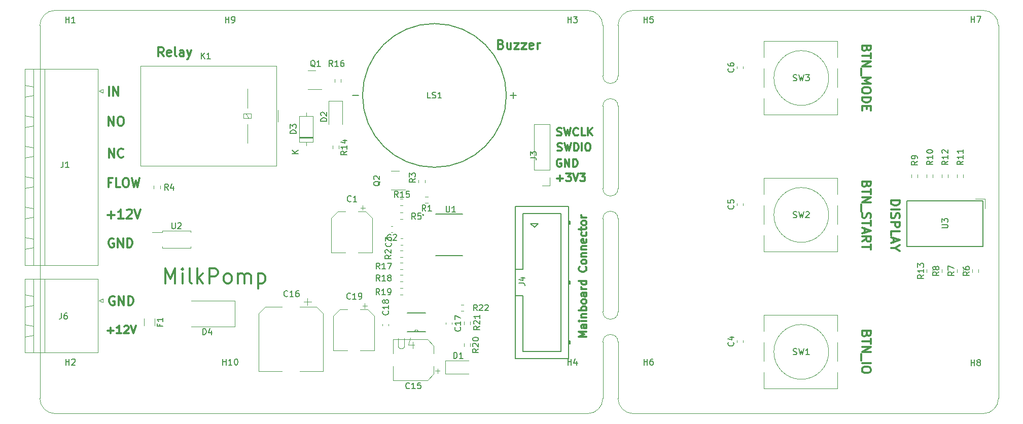
<source format=gto>
%TF.GenerationSoftware,KiCad,Pcbnew,(6.0.8-1)-1*%
%TF.CreationDate,2022-12-06T10:12:17+03:00*%
%TF.ProjectId,MilkPompV2,4d696c6b-506f-46d7-9056-322e6b696361,V1*%
%TF.SameCoordinates,Original*%
%TF.FileFunction,Legend,Top*%
%TF.FilePolarity,Positive*%
%FSLAX46Y46*%
G04 Gerber Fmt 4.6, Leading zero omitted, Abs format (unit mm)*
G04 Created by KiCad (PCBNEW (6.0.8-1)-1) date 2022-12-06 10:12:17*
%MOMM*%
%LPD*%
G01*
G04 APERTURE LIST*
%TA.AperFunction,Profile*%
%ADD10C,0.100000*%
%TD*%
%ADD11C,0.300000*%
%ADD12C,0.150000*%
%ADD13C,0.015000*%
%ADD14C,0.120000*%
%ADD15C,0.100000*%
%ADD16C,0.127000*%
%ADD17C,0.200000*%
%ADD18C,0.152400*%
G04 APERTURE END LIST*
D10*
X173990000Y-118872000D02*
G75*
G03*
X176530000Y-118872000I1270000J0D01*
G01*
X176530000Y-123952000D02*
G75*
G03*
X173990000Y-123952000I-1270000J0D01*
G01*
X171450000Y-135890000D02*
G75*
G03*
X173990000Y-133350000I0J2540000D01*
G01*
X173990000Y-79502000D02*
G75*
G03*
X176530000Y-79502000I1270000J0D01*
G01*
X179070000Y-135890000D02*
X237490000Y-135890000D01*
X176530000Y-84582000D02*
G75*
G03*
X173990000Y-84582000I-1270000J0D01*
G01*
X173990000Y-71120000D02*
G75*
G03*
X171450000Y-68580000I-2540000J0D01*
G01*
X82550000Y-68580000D02*
G75*
G03*
X80010000Y-71120000I0J-2540000D01*
G01*
X176530000Y-98298000D02*
X176530000Y-84582000D01*
X176530000Y-133350000D02*
G75*
G03*
X179070000Y-135890000I2540000J0D01*
G01*
X173990000Y-98298000D02*
X173990000Y-84582000D01*
X80010000Y-133350000D02*
G75*
G03*
X82550000Y-135890000I2540000J0D01*
G01*
X82550000Y-68580000D02*
X171450000Y-68580000D01*
X173990000Y-98298000D02*
G75*
G03*
X176530000Y-98298000I1270000J0D01*
G01*
X237490000Y-68580000D02*
X179070000Y-68580000D01*
X173990000Y-133350000D02*
X173990000Y-123952000D01*
X240030000Y-133350000D02*
X240030000Y-71120000D01*
X240030000Y-71120000D02*
G75*
G03*
X237490000Y-68580000I-2540000J0D01*
G01*
X173990000Y-71120000D02*
X173990000Y-79502000D01*
X171450000Y-135890000D02*
X82550000Y-135890000D01*
X80010000Y-133350000D02*
X80010000Y-71120000D01*
X237490000Y-135890000D02*
G75*
G03*
X240030000Y-133350000I0J2540000D01*
G01*
X179070000Y-68580000D02*
G75*
G03*
X176530000Y-71120000I0J-2540000D01*
G01*
X173990000Y-118872000D02*
X173990000Y-103378000D01*
X176530000Y-79502000D02*
X176530000Y-71120000D01*
X176530000Y-103378000D02*
G75*
G03*
X173990000Y-103378000I-1270000J0D01*
G01*
X176530000Y-133350000D02*
X176530000Y-123952000D01*
X176530000Y-118872000D02*
X176530000Y-103378000D01*
D11*
X91308523Y-122012857D02*
X92299000Y-122012857D01*
X91803761Y-122508095D02*
X91803761Y-121517619D01*
X93599000Y-122508095D02*
X92856142Y-122508095D01*
X93227571Y-122508095D02*
X93227571Y-121208095D01*
X93103761Y-121393809D01*
X92979952Y-121517619D01*
X92856142Y-121579523D01*
X94094238Y-121331904D02*
X94156142Y-121270000D01*
X94279952Y-121208095D01*
X94589476Y-121208095D01*
X94713285Y-121270000D01*
X94775190Y-121331904D01*
X94837095Y-121455714D01*
X94837095Y-121579523D01*
X94775190Y-121765238D01*
X94032333Y-122508095D01*
X94837095Y-122508095D01*
X95208523Y-121208095D02*
X95641857Y-122508095D01*
X96075190Y-121208095D01*
X218039142Y-122583309D02*
X217967714Y-122797595D01*
X217896285Y-122869023D01*
X217753428Y-122940452D01*
X217539142Y-122940452D01*
X217396285Y-122869023D01*
X217324857Y-122797595D01*
X217253428Y-122654737D01*
X217253428Y-122083309D01*
X218753428Y-122083309D01*
X218753428Y-122583309D01*
X218682000Y-122726166D01*
X218610571Y-122797595D01*
X218467714Y-122869023D01*
X218324857Y-122869023D01*
X218182000Y-122797595D01*
X218110571Y-122726166D01*
X218039142Y-122583309D01*
X218039142Y-122083309D01*
X218753428Y-123369023D02*
X218753428Y-124226166D01*
X217253428Y-123797595D02*
X218753428Y-123797595D01*
X217253428Y-124726166D02*
X218753428Y-124726166D01*
X217253428Y-125583309D01*
X218753428Y-125583309D01*
X217110571Y-125940452D02*
X217110571Y-127083309D01*
X217253428Y-127440452D02*
X218753428Y-127440452D01*
X218753428Y-128440452D02*
X218753428Y-128726166D01*
X218682000Y-128869023D01*
X218539142Y-129011880D01*
X218253428Y-129083309D01*
X217753428Y-129083309D01*
X217467714Y-129011880D01*
X217324857Y-128869023D01*
X217253428Y-128726166D01*
X217253428Y-128440452D01*
X217324857Y-128297595D01*
X217467714Y-128154737D01*
X217753428Y-128083309D01*
X218253428Y-128083309D01*
X218539142Y-128154737D01*
X218682000Y-128297595D01*
X218753428Y-128440452D01*
X166365523Y-96612857D02*
X167356000Y-96612857D01*
X166860761Y-97108095D02*
X166860761Y-96117619D01*
X167851238Y-95808095D02*
X168656000Y-95808095D01*
X168222666Y-96303333D01*
X168408380Y-96303333D01*
X168532190Y-96365238D01*
X168594095Y-96427142D01*
X168656000Y-96550952D01*
X168656000Y-96860476D01*
X168594095Y-96984285D01*
X168532190Y-97046190D01*
X168408380Y-97108095D01*
X168036952Y-97108095D01*
X167913142Y-97046190D01*
X167851238Y-96984285D01*
X169027428Y-95808095D02*
X169460761Y-97108095D01*
X169894095Y-95808095D01*
X170203619Y-95808095D02*
X171008380Y-95808095D01*
X170575047Y-96303333D01*
X170760761Y-96303333D01*
X170884571Y-96365238D01*
X170946476Y-96427142D01*
X171008380Y-96550952D01*
X171008380Y-96860476D01*
X170946476Y-96984285D01*
X170884571Y-97046190D01*
X170760761Y-97108095D01*
X170389333Y-97108095D01*
X170265523Y-97046190D01*
X170203619Y-96984285D01*
X166409238Y-91966190D02*
X166594952Y-92028095D01*
X166904476Y-92028095D01*
X167028285Y-91966190D01*
X167090190Y-91904285D01*
X167152095Y-91780476D01*
X167152095Y-91656666D01*
X167090190Y-91532857D01*
X167028285Y-91470952D01*
X166904476Y-91409047D01*
X166656857Y-91347142D01*
X166533047Y-91285238D01*
X166471142Y-91223333D01*
X166409238Y-91099523D01*
X166409238Y-90975714D01*
X166471142Y-90851904D01*
X166533047Y-90790000D01*
X166656857Y-90728095D01*
X166966380Y-90728095D01*
X167152095Y-90790000D01*
X167585428Y-90728095D02*
X167894952Y-92028095D01*
X168142571Y-91099523D01*
X168390190Y-92028095D01*
X168699714Y-90728095D01*
X169194952Y-92028095D02*
X169194952Y-90728095D01*
X169504476Y-90728095D01*
X169690190Y-90790000D01*
X169814000Y-90913809D01*
X169875904Y-91037619D01*
X169937809Y-91285238D01*
X169937809Y-91470952D01*
X169875904Y-91718571D01*
X169814000Y-91842380D01*
X169690190Y-91966190D01*
X169504476Y-92028095D01*
X169194952Y-92028095D01*
X170494952Y-92028095D02*
X170494952Y-90728095D01*
X171361619Y-90728095D02*
X171609238Y-90728095D01*
X171733047Y-90790000D01*
X171856857Y-90913809D01*
X171918761Y-91161428D01*
X171918761Y-91594761D01*
X171856857Y-91842380D01*
X171733047Y-91966190D01*
X171609238Y-92028095D01*
X171361619Y-92028095D01*
X171237809Y-91966190D01*
X171114000Y-91842380D01*
X171052095Y-91594761D01*
X171052095Y-91161428D01*
X171114000Y-90913809D01*
X171237809Y-90790000D01*
X171361619Y-90728095D01*
X91495714Y-87800571D02*
X91495714Y-86300571D01*
X92352857Y-87800571D01*
X92352857Y-86300571D01*
X93352857Y-86300571D02*
X93638571Y-86300571D01*
X93781428Y-86372000D01*
X93924285Y-86514857D01*
X93995714Y-86800571D01*
X93995714Y-87300571D01*
X93924285Y-87586285D01*
X93781428Y-87729142D01*
X93638571Y-87800571D01*
X93352857Y-87800571D01*
X93210000Y-87729142D01*
X93067142Y-87586285D01*
X92995714Y-87300571D01*
X92995714Y-86800571D01*
X93067142Y-86514857D01*
X93210000Y-86372000D01*
X93352857Y-86300571D01*
X167030523Y-93457000D02*
X166906714Y-93395095D01*
X166721000Y-93395095D01*
X166535285Y-93457000D01*
X166411476Y-93580809D01*
X166349571Y-93704619D01*
X166287666Y-93952238D01*
X166287666Y-94137952D01*
X166349571Y-94385571D01*
X166411476Y-94509380D01*
X166535285Y-94633190D01*
X166721000Y-94695095D01*
X166844809Y-94695095D01*
X167030523Y-94633190D01*
X167092428Y-94571285D01*
X167092428Y-94137952D01*
X166844809Y-94137952D01*
X167649571Y-94695095D02*
X167649571Y-93395095D01*
X168392428Y-94695095D01*
X168392428Y-93395095D01*
X169011476Y-94695095D02*
X169011476Y-93395095D01*
X169321000Y-93395095D01*
X169506714Y-93457000D01*
X169630523Y-93580809D01*
X169692428Y-93704619D01*
X169754333Y-93952238D01*
X169754333Y-94137952D01*
X169692428Y-94385571D01*
X169630523Y-94509380D01*
X169506714Y-94633190D01*
X169321000Y-94695095D01*
X169011476Y-94695095D01*
X92329142Y-106692000D02*
X92186285Y-106620571D01*
X91972000Y-106620571D01*
X91757714Y-106692000D01*
X91614857Y-106834857D01*
X91543428Y-106977714D01*
X91472000Y-107263428D01*
X91472000Y-107477714D01*
X91543428Y-107763428D01*
X91614857Y-107906285D01*
X91757714Y-108049142D01*
X91972000Y-108120571D01*
X92114857Y-108120571D01*
X92329142Y-108049142D01*
X92400571Y-107977714D01*
X92400571Y-107477714D01*
X92114857Y-107477714D01*
X93043428Y-108120571D02*
X93043428Y-106620571D01*
X93900571Y-108120571D01*
X93900571Y-106620571D01*
X94614857Y-108120571D02*
X94614857Y-106620571D01*
X94972000Y-106620571D01*
X95186285Y-106692000D01*
X95329142Y-106834857D01*
X95400571Y-106977714D01*
X95472000Y-107263428D01*
X95472000Y-107477714D01*
X95400571Y-107763428D01*
X95329142Y-107906285D01*
X95186285Y-108049142D01*
X94972000Y-108120571D01*
X94614857Y-108120571D01*
X100667571Y-76243571D02*
X100167571Y-75529285D01*
X99810428Y-76243571D02*
X99810428Y-74743571D01*
X100381857Y-74743571D01*
X100524714Y-74815000D01*
X100596142Y-74886428D01*
X100667571Y-75029285D01*
X100667571Y-75243571D01*
X100596142Y-75386428D01*
X100524714Y-75457857D01*
X100381857Y-75529285D01*
X99810428Y-75529285D01*
X101881857Y-76172142D02*
X101739000Y-76243571D01*
X101453285Y-76243571D01*
X101310428Y-76172142D01*
X101239000Y-76029285D01*
X101239000Y-75457857D01*
X101310428Y-75315000D01*
X101453285Y-75243571D01*
X101739000Y-75243571D01*
X101881857Y-75315000D01*
X101953285Y-75457857D01*
X101953285Y-75600714D01*
X101239000Y-75743571D01*
X102810428Y-76243571D02*
X102667571Y-76172142D01*
X102596142Y-76029285D01*
X102596142Y-74743571D01*
X104024714Y-76243571D02*
X104024714Y-75457857D01*
X103953285Y-75315000D01*
X103810428Y-75243571D01*
X103524714Y-75243571D01*
X103381857Y-75315000D01*
X104024714Y-76172142D02*
X103881857Y-76243571D01*
X103524714Y-76243571D01*
X103381857Y-76172142D01*
X103310428Y-76029285D01*
X103310428Y-75886428D01*
X103381857Y-75743571D01*
X103524714Y-75672142D01*
X103881857Y-75672142D01*
X104024714Y-75600714D01*
X104596142Y-75243571D02*
X104953285Y-76243571D01*
X105310428Y-75243571D02*
X104953285Y-76243571D01*
X104810428Y-76600714D01*
X104739000Y-76672142D01*
X104596142Y-76743571D01*
X222079428Y-100286857D02*
X223579428Y-100286857D01*
X223579428Y-100644000D01*
X223508000Y-100858285D01*
X223365142Y-101001142D01*
X223222285Y-101072571D01*
X222936571Y-101144000D01*
X222722285Y-101144000D01*
X222436571Y-101072571D01*
X222293714Y-101001142D01*
X222150857Y-100858285D01*
X222079428Y-100644000D01*
X222079428Y-100286857D01*
X222079428Y-101786857D02*
X223579428Y-101786857D01*
X222150857Y-102429714D02*
X222079428Y-102644000D01*
X222079428Y-103001142D01*
X222150857Y-103144000D01*
X222222285Y-103215428D01*
X222365142Y-103286857D01*
X222508000Y-103286857D01*
X222650857Y-103215428D01*
X222722285Y-103144000D01*
X222793714Y-103001142D01*
X222865142Y-102715428D01*
X222936571Y-102572571D01*
X223008000Y-102501142D01*
X223150857Y-102429714D01*
X223293714Y-102429714D01*
X223436571Y-102501142D01*
X223508000Y-102572571D01*
X223579428Y-102715428D01*
X223579428Y-103072571D01*
X223508000Y-103286857D01*
X222079428Y-103929714D02*
X223579428Y-103929714D01*
X223579428Y-104501142D01*
X223508000Y-104644000D01*
X223436571Y-104715428D01*
X223293714Y-104786857D01*
X223079428Y-104786857D01*
X222936571Y-104715428D01*
X222865142Y-104644000D01*
X222793714Y-104501142D01*
X222793714Y-103929714D01*
X222079428Y-106144000D02*
X222079428Y-105429714D01*
X223579428Y-105429714D01*
X222508000Y-106572571D02*
X222508000Y-107286857D01*
X222079428Y-106429714D02*
X223579428Y-106929714D01*
X222079428Y-107429714D01*
X222793714Y-108215428D02*
X222079428Y-108215428D01*
X223579428Y-107715428D02*
X222793714Y-108215428D01*
X223579428Y-108715428D01*
X157000142Y-74250357D02*
X157214428Y-74321785D01*
X157285857Y-74393214D01*
X157357285Y-74536071D01*
X157357285Y-74750357D01*
X157285857Y-74893214D01*
X157214428Y-74964642D01*
X157071571Y-75036071D01*
X156500142Y-75036071D01*
X156500142Y-73536071D01*
X157000142Y-73536071D01*
X157143000Y-73607500D01*
X157214428Y-73678928D01*
X157285857Y-73821785D01*
X157285857Y-73964642D01*
X157214428Y-74107500D01*
X157143000Y-74178928D01*
X157000142Y-74250357D01*
X156500142Y-74250357D01*
X158643000Y-74036071D02*
X158643000Y-75036071D01*
X158000142Y-74036071D02*
X158000142Y-74821785D01*
X158071571Y-74964642D01*
X158214428Y-75036071D01*
X158428714Y-75036071D01*
X158571571Y-74964642D01*
X158643000Y-74893214D01*
X159214428Y-74036071D02*
X160000142Y-74036071D01*
X159214428Y-75036071D01*
X160000142Y-75036071D01*
X160428714Y-74036071D02*
X161214428Y-74036071D01*
X160428714Y-75036071D01*
X161214428Y-75036071D01*
X162357285Y-74964642D02*
X162214428Y-75036071D01*
X161928714Y-75036071D01*
X161785857Y-74964642D01*
X161714428Y-74821785D01*
X161714428Y-74250357D01*
X161785857Y-74107500D01*
X161928714Y-74036071D01*
X162214428Y-74036071D01*
X162357285Y-74107500D01*
X162428714Y-74250357D01*
X162428714Y-74393214D01*
X161714428Y-74536071D01*
X163071571Y-75036071D02*
X163071571Y-74036071D01*
X163071571Y-74321785D02*
X163143000Y-74178928D01*
X163214428Y-74107500D01*
X163357285Y-74036071D01*
X163500142Y-74036071D01*
X91543285Y-82847571D02*
X91543285Y-81347571D01*
X92257571Y-82847571D02*
X92257571Y-81347571D01*
X93114714Y-82847571D01*
X93114714Y-81347571D01*
X91531428Y-93134571D02*
X91531428Y-91634571D01*
X92388571Y-93134571D01*
X92388571Y-91634571D01*
X93960000Y-92991714D02*
X93888571Y-93063142D01*
X93674285Y-93134571D01*
X93531428Y-93134571D01*
X93317142Y-93063142D01*
X93174285Y-92920285D01*
X93102857Y-92777428D01*
X93031428Y-92491714D01*
X93031428Y-92277428D01*
X93102857Y-91991714D01*
X93174285Y-91848857D01*
X93317142Y-91706000D01*
X93531428Y-91634571D01*
X93674285Y-91634571D01*
X93888571Y-91706000D01*
X93960000Y-91777428D01*
X100946190Y-114160952D02*
X100946190Y-111660952D01*
X101779523Y-113446666D01*
X102612857Y-111660952D01*
X102612857Y-114160952D01*
X103803333Y-114160952D02*
X103803333Y-112494285D01*
X103803333Y-111660952D02*
X103684285Y-111780000D01*
X103803333Y-111899047D01*
X103922380Y-111780000D01*
X103803333Y-111660952D01*
X103803333Y-111899047D01*
X105350952Y-114160952D02*
X105112857Y-114041904D01*
X104993809Y-113803809D01*
X104993809Y-111660952D01*
X106303333Y-114160952D02*
X106303333Y-111660952D01*
X106541428Y-113208571D02*
X107255714Y-114160952D01*
X107255714Y-112494285D02*
X106303333Y-113446666D01*
X108327142Y-114160952D02*
X108327142Y-111660952D01*
X109279523Y-111660952D01*
X109517619Y-111780000D01*
X109636666Y-111899047D01*
X109755714Y-112137142D01*
X109755714Y-112494285D01*
X109636666Y-112732380D01*
X109517619Y-112851428D01*
X109279523Y-112970476D01*
X108327142Y-112970476D01*
X111184285Y-114160952D02*
X110946190Y-114041904D01*
X110827142Y-113922857D01*
X110708095Y-113684761D01*
X110708095Y-112970476D01*
X110827142Y-112732380D01*
X110946190Y-112613333D01*
X111184285Y-112494285D01*
X111541428Y-112494285D01*
X111779523Y-112613333D01*
X111898571Y-112732380D01*
X112017619Y-112970476D01*
X112017619Y-113684761D01*
X111898571Y-113922857D01*
X111779523Y-114041904D01*
X111541428Y-114160952D01*
X111184285Y-114160952D01*
X113089047Y-114160952D02*
X113089047Y-112494285D01*
X113089047Y-112732380D02*
X113208095Y-112613333D01*
X113446190Y-112494285D01*
X113803333Y-112494285D01*
X114041428Y-112613333D01*
X114160476Y-112851428D01*
X114160476Y-114160952D01*
X114160476Y-112851428D02*
X114279523Y-112613333D01*
X114517619Y-112494285D01*
X114874761Y-112494285D01*
X115112857Y-112613333D01*
X115231904Y-112851428D01*
X115231904Y-114160952D01*
X116422380Y-112494285D02*
X116422380Y-114994285D01*
X116422380Y-112613333D02*
X116660476Y-112494285D01*
X117136666Y-112494285D01*
X117374761Y-112613333D01*
X117493809Y-112732380D01*
X117612857Y-112970476D01*
X117612857Y-113684761D01*
X117493809Y-113922857D01*
X117374761Y-114041904D01*
X117136666Y-114160952D01*
X116660476Y-114160952D01*
X116422380Y-114041904D01*
X171276095Y-123089523D02*
X169976095Y-123089523D01*
X170904666Y-122656190D01*
X169976095Y-122222857D01*
X171276095Y-122222857D01*
X171276095Y-121046666D02*
X170595142Y-121046666D01*
X170471333Y-121108571D01*
X170409428Y-121232380D01*
X170409428Y-121480000D01*
X170471333Y-121603809D01*
X171214190Y-121046666D02*
X171276095Y-121170476D01*
X171276095Y-121480000D01*
X171214190Y-121603809D01*
X171090380Y-121665714D01*
X170966571Y-121665714D01*
X170842761Y-121603809D01*
X170780857Y-121480000D01*
X170780857Y-121170476D01*
X170718952Y-121046666D01*
X171276095Y-120427619D02*
X170409428Y-120427619D01*
X169976095Y-120427619D02*
X170038000Y-120489523D01*
X170099904Y-120427619D01*
X170038000Y-120365714D01*
X169976095Y-120427619D01*
X170099904Y-120427619D01*
X170409428Y-119808571D02*
X171276095Y-119808571D01*
X170533238Y-119808571D02*
X170471333Y-119746666D01*
X170409428Y-119622857D01*
X170409428Y-119437142D01*
X170471333Y-119313333D01*
X170595142Y-119251428D01*
X171276095Y-119251428D01*
X171276095Y-118632380D02*
X169976095Y-118632380D01*
X170471333Y-118632380D02*
X170409428Y-118508571D01*
X170409428Y-118260952D01*
X170471333Y-118137142D01*
X170533238Y-118075238D01*
X170657047Y-118013333D01*
X171028476Y-118013333D01*
X171152285Y-118075238D01*
X171214190Y-118137142D01*
X171276095Y-118260952D01*
X171276095Y-118508571D01*
X171214190Y-118632380D01*
X171276095Y-117270476D02*
X171214190Y-117394285D01*
X171152285Y-117456190D01*
X171028476Y-117518095D01*
X170657047Y-117518095D01*
X170533238Y-117456190D01*
X170471333Y-117394285D01*
X170409428Y-117270476D01*
X170409428Y-117084761D01*
X170471333Y-116960952D01*
X170533238Y-116899047D01*
X170657047Y-116837142D01*
X171028476Y-116837142D01*
X171152285Y-116899047D01*
X171214190Y-116960952D01*
X171276095Y-117084761D01*
X171276095Y-117270476D01*
X171276095Y-115722857D02*
X170595142Y-115722857D01*
X170471333Y-115784761D01*
X170409428Y-115908571D01*
X170409428Y-116156190D01*
X170471333Y-116280000D01*
X171214190Y-115722857D02*
X171276095Y-115846666D01*
X171276095Y-116156190D01*
X171214190Y-116280000D01*
X171090380Y-116341904D01*
X170966571Y-116341904D01*
X170842761Y-116280000D01*
X170780857Y-116156190D01*
X170780857Y-115846666D01*
X170718952Y-115722857D01*
X171276095Y-115103809D02*
X170409428Y-115103809D01*
X170657047Y-115103809D02*
X170533238Y-115041904D01*
X170471333Y-114980000D01*
X170409428Y-114856190D01*
X170409428Y-114732380D01*
X171276095Y-113741904D02*
X169976095Y-113741904D01*
X171214190Y-113741904D02*
X171276095Y-113865714D01*
X171276095Y-114113333D01*
X171214190Y-114237142D01*
X171152285Y-114299047D01*
X171028476Y-114360952D01*
X170657047Y-114360952D01*
X170533238Y-114299047D01*
X170471333Y-114237142D01*
X170409428Y-114113333D01*
X170409428Y-113865714D01*
X170471333Y-113741904D01*
X171152285Y-111389523D02*
X171214190Y-111451428D01*
X171276095Y-111637142D01*
X171276095Y-111760952D01*
X171214190Y-111946666D01*
X171090380Y-112070476D01*
X170966571Y-112132380D01*
X170718952Y-112194285D01*
X170533238Y-112194285D01*
X170285619Y-112132380D01*
X170161809Y-112070476D01*
X170038000Y-111946666D01*
X169976095Y-111760952D01*
X169976095Y-111637142D01*
X170038000Y-111451428D01*
X170099904Y-111389523D01*
X171276095Y-110646666D02*
X171214190Y-110770476D01*
X171152285Y-110832380D01*
X171028476Y-110894285D01*
X170657047Y-110894285D01*
X170533238Y-110832380D01*
X170471333Y-110770476D01*
X170409428Y-110646666D01*
X170409428Y-110460952D01*
X170471333Y-110337142D01*
X170533238Y-110275238D01*
X170657047Y-110213333D01*
X171028476Y-110213333D01*
X171152285Y-110275238D01*
X171214190Y-110337142D01*
X171276095Y-110460952D01*
X171276095Y-110646666D01*
X170409428Y-109656190D02*
X171276095Y-109656190D01*
X170533238Y-109656190D02*
X170471333Y-109594285D01*
X170409428Y-109470476D01*
X170409428Y-109284761D01*
X170471333Y-109160952D01*
X170595142Y-109099047D01*
X171276095Y-109099047D01*
X170409428Y-108480000D02*
X171276095Y-108480000D01*
X170533238Y-108480000D02*
X170471333Y-108418095D01*
X170409428Y-108294285D01*
X170409428Y-108108571D01*
X170471333Y-107984761D01*
X170595142Y-107922857D01*
X171276095Y-107922857D01*
X171214190Y-106808571D02*
X171276095Y-106932380D01*
X171276095Y-107180000D01*
X171214190Y-107303809D01*
X171090380Y-107365714D01*
X170595142Y-107365714D01*
X170471333Y-107303809D01*
X170409428Y-107180000D01*
X170409428Y-106932380D01*
X170471333Y-106808571D01*
X170595142Y-106746666D01*
X170718952Y-106746666D01*
X170842761Y-107365714D01*
X171214190Y-105632380D02*
X171276095Y-105756190D01*
X171276095Y-106003809D01*
X171214190Y-106127619D01*
X171152285Y-106189523D01*
X171028476Y-106251428D01*
X170657047Y-106251428D01*
X170533238Y-106189523D01*
X170471333Y-106127619D01*
X170409428Y-106003809D01*
X170409428Y-105756190D01*
X170471333Y-105632380D01*
X170409428Y-105260952D02*
X170409428Y-104765714D01*
X169976095Y-105075238D02*
X171090380Y-105075238D01*
X171214190Y-105013333D01*
X171276095Y-104889523D01*
X171276095Y-104765714D01*
X171276095Y-104146666D02*
X171214190Y-104270476D01*
X171152285Y-104332380D01*
X171028476Y-104394285D01*
X170657047Y-104394285D01*
X170533238Y-104332380D01*
X170471333Y-104270476D01*
X170409428Y-104146666D01*
X170409428Y-103960952D01*
X170471333Y-103837142D01*
X170533238Y-103775238D01*
X170657047Y-103713333D01*
X171028476Y-103713333D01*
X171152285Y-103775238D01*
X171214190Y-103837142D01*
X171276095Y-103960952D01*
X171276095Y-104146666D01*
X171276095Y-103156190D02*
X170409428Y-103156190D01*
X170657047Y-103156190D02*
X170533238Y-103094285D01*
X170471333Y-103032380D01*
X170409428Y-102908571D01*
X170409428Y-102784761D01*
X91944285Y-97301857D02*
X91444285Y-97301857D01*
X91444285Y-98087571D02*
X91444285Y-96587571D01*
X92158571Y-96587571D01*
X93444285Y-98087571D02*
X92730000Y-98087571D01*
X92730000Y-96587571D01*
X94230000Y-96587571D02*
X94515714Y-96587571D01*
X94658571Y-96659000D01*
X94801428Y-96801857D01*
X94872857Y-97087571D01*
X94872857Y-97587571D01*
X94801428Y-97873285D01*
X94658571Y-98016142D01*
X94515714Y-98087571D01*
X94230000Y-98087571D01*
X94087142Y-98016142D01*
X93944285Y-97873285D01*
X93872857Y-97587571D01*
X93872857Y-97087571D01*
X93944285Y-96801857D01*
X94087142Y-96659000D01*
X94230000Y-96587571D01*
X95372857Y-96587571D02*
X95730000Y-98087571D01*
X96015714Y-97016142D01*
X96301428Y-98087571D01*
X96658571Y-96587571D01*
X166350523Y-89426190D02*
X166536238Y-89488095D01*
X166845761Y-89488095D01*
X166969571Y-89426190D01*
X167031476Y-89364285D01*
X167093380Y-89240476D01*
X167093380Y-89116666D01*
X167031476Y-88992857D01*
X166969571Y-88930952D01*
X166845761Y-88869047D01*
X166598142Y-88807142D01*
X166474333Y-88745238D01*
X166412428Y-88683333D01*
X166350523Y-88559523D01*
X166350523Y-88435714D01*
X166412428Y-88311904D01*
X166474333Y-88250000D01*
X166598142Y-88188095D01*
X166907666Y-88188095D01*
X167093380Y-88250000D01*
X167526714Y-88188095D02*
X167836238Y-89488095D01*
X168083857Y-88559523D01*
X168331476Y-89488095D01*
X168641000Y-88188095D01*
X169879095Y-89364285D02*
X169817190Y-89426190D01*
X169631476Y-89488095D01*
X169507666Y-89488095D01*
X169321952Y-89426190D01*
X169198142Y-89302380D01*
X169136238Y-89178571D01*
X169074333Y-88930952D01*
X169074333Y-88745238D01*
X169136238Y-88497619D01*
X169198142Y-88373809D01*
X169321952Y-88250000D01*
X169507666Y-88188095D01*
X169631476Y-88188095D01*
X169817190Y-88250000D01*
X169879095Y-88311904D01*
X171055285Y-89488095D02*
X170436238Y-89488095D01*
X170436238Y-88188095D01*
X171488619Y-89488095D02*
X171488619Y-88188095D01*
X172231476Y-89488095D02*
X171674333Y-88745238D01*
X172231476Y-88188095D02*
X171488619Y-88930952D01*
X218039142Y-74934737D02*
X217967714Y-75149023D01*
X217896285Y-75220452D01*
X217753428Y-75291880D01*
X217539142Y-75291880D01*
X217396285Y-75220452D01*
X217324857Y-75149023D01*
X217253428Y-75006166D01*
X217253428Y-74434737D01*
X218753428Y-74434737D01*
X218753428Y-74934737D01*
X218682000Y-75077595D01*
X218610571Y-75149023D01*
X218467714Y-75220452D01*
X218324857Y-75220452D01*
X218182000Y-75149023D01*
X218110571Y-75077595D01*
X218039142Y-74934737D01*
X218039142Y-74434737D01*
X218753428Y-75720452D02*
X218753428Y-76577595D01*
X217253428Y-76149023D02*
X218753428Y-76149023D01*
X217253428Y-77077595D02*
X218753428Y-77077595D01*
X217253428Y-77934737D01*
X218753428Y-77934737D01*
X217110571Y-78291880D02*
X217110571Y-79434737D01*
X217253428Y-79791880D02*
X218753428Y-79791880D01*
X217682000Y-80291880D01*
X218753428Y-80791880D01*
X217253428Y-80791880D01*
X218753428Y-81791880D02*
X218753428Y-82077595D01*
X218682000Y-82220452D01*
X218539142Y-82363309D01*
X218253428Y-82434737D01*
X217753428Y-82434737D01*
X217467714Y-82363309D01*
X217324857Y-82220452D01*
X217253428Y-82077595D01*
X217253428Y-81791880D01*
X217324857Y-81649023D01*
X217467714Y-81506166D01*
X217753428Y-81434737D01*
X218253428Y-81434737D01*
X218539142Y-81506166D01*
X218682000Y-81649023D01*
X218753428Y-81791880D01*
X217253428Y-83077595D02*
X218753428Y-83077595D01*
X218753428Y-83434737D01*
X218682000Y-83649023D01*
X218539142Y-83791880D01*
X218396285Y-83863309D01*
X218110571Y-83934737D01*
X217896285Y-83934737D01*
X217610571Y-83863309D01*
X217467714Y-83791880D01*
X217324857Y-83649023D01*
X217253428Y-83434737D01*
X217253428Y-83077595D01*
X218039142Y-84577595D02*
X218039142Y-85077595D01*
X217253428Y-85291880D02*
X217253428Y-84577595D01*
X218753428Y-84577595D01*
X218753428Y-85291880D01*
X92456142Y-116344000D02*
X92313285Y-116272571D01*
X92099000Y-116272571D01*
X91884714Y-116344000D01*
X91741857Y-116486857D01*
X91670428Y-116629714D01*
X91599000Y-116915428D01*
X91599000Y-117129714D01*
X91670428Y-117415428D01*
X91741857Y-117558285D01*
X91884714Y-117701142D01*
X92099000Y-117772571D01*
X92241857Y-117772571D01*
X92456142Y-117701142D01*
X92527571Y-117629714D01*
X92527571Y-117129714D01*
X92241857Y-117129714D01*
X93170428Y-117772571D02*
X93170428Y-116272571D01*
X94027571Y-117772571D01*
X94027571Y-116272571D01*
X94741857Y-117772571D02*
X94741857Y-116272571D01*
X95099000Y-116272571D01*
X95313285Y-116344000D01*
X95456142Y-116486857D01*
X95527571Y-116629714D01*
X95599000Y-116915428D01*
X95599000Y-117129714D01*
X95527571Y-117415428D01*
X95456142Y-117558285D01*
X95313285Y-117701142D01*
X95099000Y-117772571D01*
X94741857Y-117772571D01*
X91337142Y-102723142D02*
X92480000Y-102723142D01*
X91908571Y-103294571D02*
X91908571Y-102151714D01*
X93980000Y-103294571D02*
X93122857Y-103294571D01*
X93551428Y-103294571D02*
X93551428Y-101794571D01*
X93408571Y-102008857D01*
X93265714Y-102151714D01*
X93122857Y-102223142D01*
X94551428Y-101937428D02*
X94622857Y-101866000D01*
X94765714Y-101794571D01*
X95122857Y-101794571D01*
X95265714Y-101866000D01*
X95337142Y-101937428D01*
X95408571Y-102080285D01*
X95408571Y-102223142D01*
X95337142Y-102437428D01*
X94480000Y-103294571D01*
X95408571Y-103294571D01*
X95837142Y-101794571D02*
X96337142Y-103294571D01*
X96837142Y-101794571D01*
X218039142Y-97616166D02*
X217967714Y-97830452D01*
X217896285Y-97901880D01*
X217753428Y-97973309D01*
X217539142Y-97973309D01*
X217396285Y-97901880D01*
X217324857Y-97830452D01*
X217253428Y-97687595D01*
X217253428Y-97116166D01*
X218753428Y-97116166D01*
X218753428Y-97616166D01*
X218682000Y-97759023D01*
X218610571Y-97830452D01*
X218467714Y-97901880D01*
X218324857Y-97901880D01*
X218182000Y-97830452D01*
X218110571Y-97759023D01*
X218039142Y-97616166D01*
X218039142Y-97116166D01*
X218753428Y-98401880D02*
X218753428Y-99259023D01*
X217253428Y-98830452D02*
X218753428Y-98830452D01*
X217253428Y-99759023D02*
X218753428Y-99759023D01*
X217253428Y-100616166D01*
X218753428Y-100616166D01*
X217110571Y-100973309D02*
X217110571Y-102116166D01*
X217324857Y-102401880D02*
X217253428Y-102616166D01*
X217253428Y-102973309D01*
X217324857Y-103116166D01*
X217396285Y-103187595D01*
X217539142Y-103259023D01*
X217682000Y-103259023D01*
X217824857Y-103187595D01*
X217896285Y-103116166D01*
X217967714Y-102973309D01*
X218039142Y-102687595D01*
X218110571Y-102544737D01*
X218182000Y-102473309D01*
X218324857Y-102401880D01*
X218467714Y-102401880D01*
X218610571Y-102473309D01*
X218682000Y-102544737D01*
X218753428Y-102687595D01*
X218753428Y-103044737D01*
X218682000Y-103259023D01*
X218753428Y-103687595D02*
X218753428Y-104544737D01*
X217253428Y-104116166D02*
X218753428Y-104116166D01*
X217682000Y-104973309D02*
X217682000Y-105687595D01*
X217253428Y-104830452D02*
X218753428Y-105330452D01*
X217253428Y-105830452D01*
X217253428Y-107187595D02*
X217967714Y-106687595D01*
X217253428Y-106330452D02*
X218753428Y-106330452D01*
X218753428Y-106901880D01*
X218682000Y-107044737D01*
X218610571Y-107116166D01*
X218467714Y-107187595D01*
X218253428Y-107187595D01*
X218110571Y-107116166D01*
X218039142Y-107044737D01*
X217967714Y-106901880D01*
X217967714Y-106330452D01*
X218753428Y-107616166D02*
X218753428Y-108473309D01*
X217253428Y-108044737D02*
X218753428Y-108044737D01*
D12*
%TO.C,R6*%
X235179880Y-112243666D02*
X234703690Y-112577000D01*
X235179880Y-112815095D02*
X234179880Y-112815095D01*
X234179880Y-112434142D01*
X234227500Y-112338904D01*
X234275119Y-112291285D01*
X234370357Y-112243666D01*
X234513214Y-112243666D01*
X234608452Y-112291285D01*
X234656071Y-112338904D01*
X234703690Y-112434142D01*
X234703690Y-112815095D01*
X234179880Y-111386523D02*
X234179880Y-111577000D01*
X234227500Y-111672238D01*
X234275119Y-111719857D01*
X234417976Y-111815095D01*
X234608452Y-111862714D01*
X234989404Y-111862714D01*
X235084642Y-111815095D01*
X235132261Y-111767476D01*
X235179880Y-111672238D01*
X235179880Y-111481761D01*
X235132261Y-111386523D01*
X235084642Y-111338904D01*
X234989404Y-111291285D01*
X234751309Y-111291285D01*
X234656071Y-111338904D01*
X234608452Y-111386523D01*
X234560833Y-111481761D01*
X234560833Y-111672238D01*
X234608452Y-111767476D01*
X234656071Y-111815095D01*
X234751309Y-111862714D01*
%TO.C,C1*%
X131964133Y-100422141D02*
X131916514Y-100469760D01*
X131773657Y-100517379D01*
X131678419Y-100517379D01*
X131535561Y-100469760D01*
X131440323Y-100374522D01*
X131392704Y-100279284D01*
X131345085Y-100088808D01*
X131345085Y-99945951D01*
X131392704Y-99755475D01*
X131440323Y-99660237D01*
X131535561Y-99564999D01*
X131678419Y-99517379D01*
X131773657Y-99517379D01*
X131916514Y-99564999D01*
X131964133Y-99612618D01*
X132916514Y-100517379D02*
X132345085Y-100517379D01*
X132630800Y-100517379D02*
X132630800Y-99517379D01*
X132535561Y-99660237D01*
X132440323Y-99755475D01*
X132345085Y-99803094D01*
%TO.C,R17*%
X136745742Y-111755180D02*
X136412409Y-111278990D01*
X136174314Y-111755180D02*
X136174314Y-110755180D01*
X136555266Y-110755180D01*
X136650504Y-110802800D01*
X136698123Y-110850419D01*
X136745742Y-110945657D01*
X136745742Y-111088514D01*
X136698123Y-111183752D01*
X136650504Y-111231371D01*
X136555266Y-111278990D01*
X136174314Y-111278990D01*
X137698123Y-111755180D02*
X137126695Y-111755180D01*
X137412409Y-111755180D02*
X137412409Y-110755180D01*
X137317171Y-110898038D01*
X137221933Y-110993276D01*
X137126695Y-111040895D01*
X138031457Y-110755180D02*
X138698123Y-110755180D01*
X138269552Y-111755180D01*
%TO.C,LS1*%
X145238642Y-83225380D02*
X144762452Y-83225380D01*
X144762452Y-82225380D01*
X145524357Y-83177761D02*
X145667214Y-83225380D01*
X145905309Y-83225380D01*
X146000547Y-83177761D01*
X146048166Y-83130142D01*
X146095785Y-83034904D01*
X146095785Y-82939666D01*
X146048166Y-82844428D01*
X146000547Y-82796809D01*
X145905309Y-82749190D01*
X145714833Y-82701571D01*
X145619595Y-82653952D01*
X145571976Y-82606333D01*
X145524357Y-82511095D01*
X145524357Y-82415857D01*
X145571976Y-82320619D01*
X145619595Y-82273000D01*
X145714833Y-82225380D01*
X145952928Y-82225380D01*
X146095785Y-82273000D01*
X147048166Y-83225380D02*
X146476738Y-83225380D01*
X146762452Y-83225380D02*
X146762452Y-82225380D01*
X146667214Y-82368238D01*
X146571976Y-82463476D01*
X146476738Y-82511095D01*
%TO.C,R10*%
X229052380Y-93734857D02*
X228576190Y-94068190D01*
X229052380Y-94306285D02*
X228052380Y-94306285D01*
X228052380Y-93925333D01*
X228100000Y-93830095D01*
X228147619Y-93782476D01*
X228242857Y-93734857D01*
X228385714Y-93734857D01*
X228480952Y-93782476D01*
X228528571Y-93830095D01*
X228576190Y-93925333D01*
X228576190Y-94306285D01*
X229052380Y-92782476D02*
X229052380Y-93353904D01*
X229052380Y-93068190D02*
X228052380Y-93068190D01*
X228195238Y-93163428D01*
X228290476Y-93258666D01*
X228338095Y-93353904D01*
X228052380Y-92163428D02*
X228052380Y-92068190D01*
X228100000Y-91972952D01*
X228147619Y-91925333D01*
X228242857Y-91877714D01*
X228433333Y-91830095D01*
X228671428Y-91830095D01*
X228861904Y-91877714D01*
X228957142Y-91925333D01*
X229004761Y-91972952D01*
X229052380Y-92068190D01*
X229052380Y-92163428D01*
X229004761Y-92258666D01*
X228957142Y-92306285D01*
X228861904Y-92353904D01*
X228671428Y-92401523D01*
X228433333Y-92401523D01*
X228242857Y-92353904D01*
X228147619Y-92306285D01*
X228100000Y-92258666D01*
X228052380Y-92163428D01*
%TO.C,H9*%
X110998095Y-70612380D02*
X110998095Y-69612380D01*
X110998095Y-70088571D02*
X111569523Y-70088571D01*
X111569523Y-70612380D02*
X111569523Y-69612380D01*
X112093333Y-70612380D02*
X112283809Y-70612380D01*
X112379047Y-70564761D01*
X112426666Y-70517142D01*
X112521904Y-70374285D01*
X112569523Y-70183809D01*
X112569523Y-69802857D01*
X112521904Y-69707619D01*
X112474285Y-69660000D01*
X112379047Y-69612380D01*
X112188571Y-69612380D01*
X112093333Y-69660000D01*
X112045714Y-69707619D01*
X111998095Y-69802857D01*
X111998095Y-70040952D01*
X112045714Y-70136190D01*
X112093333Y-70183809D01*
X112188571Y-70231428D01*
X112379047Y-70231428D01*
X112474285Y-70183809D01*
X112521904Y-70136190D01*
X112569523Y-70040952D01*
%TO.C,J6*%
X83613666Y-119086380D02*
X83613666Y-119800666D01*
X83566047Y-119943523D01*
X83470809Y-120038761D01*
X83327952Y-120086380D01*
X83232714Y-120086380D01*
X84518428Y-119086380D02*
X84327952Y-119086380D01*
X84232714Y-119134000D01*
X84185095Y-119181619D01*
X84089857Y-119324476D01*
X84042238Y-119514952D01*
X84042238Y-119895904D01*
X84089857Y-119991142D01*
X84137476Y-120038761D01*
X84232714Y-120086380D01*
X84423190Y-120086380D01*
X84518428Y-120038761D01*
X84566047Y-119991142D01*
X84613666Y-119895904D01*
X84613666Y-119657809D01*
X84566047Y-119562571D01*
X84518428Y-119514952D01*
X84423190Y-119467333D01*
X84232714Y-119467333D01*
X84137476Y-119514952D01*
X84089857Y-119562571D01*
X84042238Y-119657809D01*
%TO.C,D2*%
X127909580Y-87098095D02*
X126909580Y-87098095D01*
X126909580Y-86860000D01*
X126957200Y-86717142D01*
X127052438Y-86621904D01*
X127147676Y-86574285D01*
X127338152Y-86526666D01*
X127481009Y-86526666D01*
X127671485Y-86574285D01*
X127766723Y-86621904D01*
X127861961Y-86717142D01*
X127909580Y-86860000D01*
X127909580Y-87098095D01*
X127004819Y-86145714D02*
X126957200Y-86098095D01*
X126909580Y-86002857D01*
X126909580Y-85764761D01*
X126957200Y-85669523D01*
X127004819Y-85621904D01*
X127100057Y-85574285D01*
X127195295Y-85574285D01*
X127338152Y-85621904D01*
X127909580Y-86193333D01*
X127909580Y-85574285D01*
%TO.C,C15*%
X141709442Y-131634742D02*
X141661823Y-131682361D01*
X141518966Y-131729980D01*
X141423728Y-131729980D01*
X141280871Y-131682361D01*
X141185633Y-131587123D01*
X141138014Y-131491885D01*
X141090395Y-131301409D01*
X141090395Y-131158552D01*
X141138014Y-130968076D01*
X141185633Y-130872838D01*
X141280871Y-130777600D01*
X141423728Y-130729980D01*
X141518966Y-130729980D01*
X141661823Y-130777600D01*
X141709442Y-130825219D01*
X142661823Y-131729980D02*
X142090395Y-131729980D01*
X142376109Y-131729980D02*
X142376109Y-130729980D01*
X142280871Y-130872838D01*
X142185633Y-130968076D01*
X142090395Y-131015695D01*
X143566585Y-130729980D02*
X143090395Y-130729980D01*
X143042776Y-131206171D01*
X143090395Y-131158552D01*
X143185633Y-131110933D01*
X143423728Y-131110933D01*
X143518966Y-131158552D01*
X143566585Y-131206171D01*
X143614204Y-131301409D01*
X143614204Y-131539504D01*
X143566585Y-131634742D01*
X143518966Y-131682361D01*
X143423728Y-131729980D01*
X143185633Y-131729980D01*
X143090395Y-131682361D01*
X143042776Y-131634742D01*
%TO.C,R20*%
X153233880Y-125081257D02*
X152757690Y-125414590D01*
X153233880Y-125652685D02*
X152233880Y-125652685D01*
X152233880Y-125271733D01*
X152281500Y-125176495D01*
X152329119Y-125128876D01*
X152424357Y-125081257D01*
X152567214Y-125081257D01*
X152662452Y-125128876D01*
X152710071Y-125176495D01*
X152757690Y-125271733D01*
X152757690Y-125652685D01*
X152329119Y-124700304D02*
X152281500Y-124652685D01*
X152233880Y-124557447D01*
X152233880Y-124319352D01*
X152281500Y-124224114D01*
X152329119Y-124176495D01*
X152424357Y-124128876D01*
X152519595Y-124128876D01*
X152662452Y-124176495D01*
X153233880Y-124747923D01*
X153233880Y-124128876D01*
X152233880Y-123509828D02*
X152233880Y-123414590D01*
X152281500Y-123319352D01*
X152329119Y-123271733D01*
X152424357Y-123224114D01*
X152614833Y-123176495D01*
X152852928Y-123176495D01*
X153043404Y-123224114D01*
X153138642Y-123271733D01*
X153186261Y-123319352D01*
X153233880Y-123414590D01*
X153233880Y-123509828D01*
X153186261Y-123605066D01*
X153138642Y-123652685D01*
X153043404Y-123700304D01*
X152852928Y-123747923D01*
X152614833Y-123747923D01*
X152424357Y-123700304D01*
X152329119Y-123652685D01*
X152281500Y-123605066D01*
X152233880Y-123509828D01*
%TO.C,R15*%
X139819142Y-99766380D02*
X139485809Y-99290190D01*
X139247714Y-99766380D02*
X139247714Y-98766380D01*
X139628666Y-98766380D01*
X139723904Y-98814000D01*
X139771523Y-98861619D01*
X139819142Y-98956857D01*
X139819142Y-99099714D01*
X139771523Y-99194952D01*
X139723904Y-99242571D01*
X139628666Y-99290190D01*
X139247714Y-99290190D01*
X140771523Y-99766380D02*
X140200095Y-99766380D01*
X140485809Y-99766380D02*
X140485809Y-98766380D01*
X140390571Y-98909238D01*
X140295333Y-99004476D01*
X140200095Y-99052095D01*
X141676285Y-98766380D02*
X141200095Y-98766380D01*
X141152476Y-99242571D01*
X141200095Y-99194952D01*
X141295333Y-99147333D01*
X141533428Y-99147333D01*
X141628666Y-99194952D01*
X141676285Y-99242571D01*
X141723904Y-99337809D01*
X141723904Y-99575904D01*
X141676285Y-99671142D01*
X141628666Y-99718761D01*
X141533428Y-99766380D01*
X141295333Y-99766380D01*
X141200095Y-99718761D01*
X141152476Y-99671142D01*
%TO.C,F1*%
X100046571Y-120970933D02*
X100046571Y-121304266D01*
X100570380Y-121304266D02*
X99570380Y-121304266D01*
X99570380Y-120828076D01*
X100570380Y-119923314D02*
X100570380Y-120494742D01*
X100570380Y-120209028D02*
X99570380Y-120209028D01*
X99713238Y-120304266D01*
X99808476Y-120399504D01*
X99856095Y-120494742D01*
%TO.C,C18*%
X138126742Y-118782057D02*
X138174361Y-118829676D01*
X138221980Y-118972533D01*
X138221980Y-119067771D01*
X138174361Y-119210628D01*
X138079123Y-119305866D01*
X137983885Y-119353485D01*
X137793409Y-119401104D01*
X137650552Y-119401104D01*
X137460076Y-119353485D01*
X137364838Y-119305866D01*
X137269600Y-119210628D01*
X137221980Y-119067771D01*
X137221980Y-118972533D01*
X137269600Y-118829676D01*
X137317219Y-118782057D01*
X138221980Y-117829676D02*
X138221980Y-118401104D01*
X138221980Y-118115390D02*
X137221980Y-118115390D01*
X137364838Y-118210628D01*
X137460076Y-118305866D01*
X137507695Y-118401104D01*
X137650552Y-117258247D02*
X137602933Y-117353485D01*
X137555314Y-117401104D01*
X137460076Y-117448723D01*
X137412457Y-117448723D01*
X137317219Y-117401104D01*
X137269600Y-117353485D01*
X137221980Y-117258247D01*
X137221980Y-117067771D01*
X137269600Y-116972533D01*
X137317219Y-116924914D01*
X137412457Y-116877295D01*
X137460076Y-116877295D01*
X137555314Y-116924914D01*
X137602933Y-116972533D01*
X137650552Y-117067771D01*
X137650552Y-117258247D01*
X137698171Y-117353485D01*
X137745790Y-117401104D01*
X137841028Y-117448723D01*
X138031504Y-117448723D01*
X138126742Y-117401104D01*
X138174361Y-117353485D01*
X138221980Y-117258247D01*
X138221980Y-117067771D01*
X138174361Y-116972533D01*
X138126742Y-116924914D01*
X138031504Y-116877295D01*
X137841028Y-116877295D01*
X137745790Y-116924914D01*
X137698171Y-116972533D01*
X137650552Y-117067771D01*
%TO.C,C16*%
X121378742Y-116271142D02*
X121331123Y-116318761D01*
X121188266Y-116366380D01*
X121093028Y-116366380D01*
X120950171Y-116318761D01*
X120854933Y-116223523D01*
X120807314Y-116128285D01*
X120759695Y-115937809D01*
X120759695Y-115794952D01*
X120807314Y-115604476D01*
X120854933Y-115509238D01*
X120950171Y-115414000D01*
X121093028Y-115366380D01*
X121188266Y-115366380D01*
X121331123Y-115414000D01*
X121378742Y-115461619D01*
X122331123Y-116366380D02*
X121759695Y-116366380D01*
X122045409Y-116366380D02*
X122045409Y-115366380D01*
X121950171Y-115509238D01*
X121854933Y-115604476D01*
X121759695Y-115652095D01*
X123188266Y-115366380D02*
X122997790Y-115366380D01*
X122902552Y-115414000D01*
X122854933Y-115461619D01*
X122759695Y-115604476D01*
X122712076Y-115794952D01*
X122712076Y-116175904D01*
X122759695Y-116271142D01*
X122807314Y-116318761D01*
X122902552Y-116366380D01*
X123093028Y-116366380D01*
X123188266Y-116318761D01*
X123235885Y-116271142D01*
X123283504Y-116175904D01*
X123283504Y-115937809D01*
X123235885Y-115842571D01*
X123188266Y-115794952D01*
X123093028Y-115747333D01*
X122902552Y-115747333D01*
X122807314Y-115794952D01*
X122759695Y-115842571D01*
X122712076Y-115937809D01*
%TO.C,R19*%
X136733542Y-116051580D02*
X136400209Y-115575390D01*
X136162114Y-116051580D02*
X136162114Y-115051580D01*
X136543066Y-115051580D01*
X136638304Y-115099200D01*
X136685923Y-115146819D01*
X136733542Y-115242057D01*
X136733542Y-115384914D01*
X136685923Y-115480152D01*
X136638304Y-115527771D01*
X136543066Y-115575390D01*
X136162114Y-115575390D01*
X137685923Y-116051580D02*
X137114495Y-116051580D01*
X137400209Y-116051580D02*
X137400209Y-115051580D01*
X137304971Y-115194438D01*
X137209733Y-115289676D01*
X137114495Y-115337295D01*
X138162114Y-116051580D02*
X138352590Y-116051580D01*
X138447828Y-116003961D01*
X138495447Y-115956342D01*
X138590685Y-115813485D01*
X138638304Y-115623009D01*
X138638304Y-115242057D01*
X138590685Y-115146819D01*
X138543066Y-115099200D01*
X138447828Y-115051580D01*
X138257352Y-115051580D01*
X138162114Y-115099200D01*
X138114495Y-115146819D01*
X138066876Y-115242057D01*
X138066876Y-115480152D01*
X138114495Y-115575390D01*
X138162114Y-115623009D01*
X138257352Y-115670628D01*
X138447828Y-115670628D01*
X138543066Y-115623009D01*
X138590685Y-115575390D01*
X138638304Y-115480152D01*
%TO.C,U1*%
X147828095Y-101245380D02*
X147828095Y-102054904D01*
X147875714Y-102150142D01*
X147923333Y-102197761D01*
X148018571Y-102245380D01*
X148209047Y-102245380D01*
X148304285Y-102197761D01*
X148351904Y-102150142D01*
X148399523Y-102054904D01*
X148399523Y-101245380D01*
X149399523Y-102245380D02*
X148828095Y-102245380D01*
X149113809Y-102245380D02*
X149113809Y-101245380D01*
X149018571Y-101388238D01*
X148923333Y-101483476D01*
X148828095Y-101531095D01*
%TO.C,R5*%
X142708333Y-103434579D02*
X142375000Y-102958389D01*
X142136904Y-103434579D02*
X142136904Y-102434579D01*
X142517857Y-102434579D01*
X142613095Y-102482199D01*
X142660714Y-102529818D01*
X142708333Y-102625056D01*
X142708333Y-102767913D01*
X142660714Y-102863151D01*
X142613095Y-102910770D01*
X142517857Y-102958389D01*
X142136904Y-102958389D01*
X143613095Y-102434579D02*
X143136904Y-102434579D01*
X143089285Y-102910770D01*
X143136904Y-102863151D01*
X143232142Y-102815532D01*
X143470238Y-102815532D01*
X143565476Y-102863151D01*
X143613095Y-102910770D01*
X143660714Y-103006008D01*
X143660714Y-103244103D01*
X143613095Y-103339341D01*
X143565476Y-103386960D01*
X143470238Y-103434579D01*
X143232142Y-103434579D01*
X143136904Y-103386960D01*
X143089285Y-103339341D01*
%TO.C,C6*%
X195777142Y-78269261D02*
X195824761Y-78316880D01*
X195872380Y-78459737D01*
X195872380Y-78554975D01*
X195824761Y-78697833D01*
X195729523Y-78793071D01*
X195634285Y-78840690D01*
X195443809Y-78888309D01*
X195300952Y-78888309D01*
X195110476Y-78840690D01*
X195015238Y-78793071D01*
X194920000Y-78697833D01*
X194872380Y-78554975D01*
X194872380Y-78459737D01*
X194920000Y-78316880D01*
X194967619Y-78269261D01*
X194872380Y-77412118D02*
X194872380Y-77602595D01*
X194920000Y-77697833D01*
X194967619Y-77745452D01*
X195110476Y-77840690D01*
X195300952Y-77888309D01*
X195681904Y-77888309D01*
X195777142Y-77840690D01*
X195824761Y-77793071D01*
X195872380Y-77697833D01*
X195872380Y-77507356D01*
X195824761Y-77412118D01*
X195777142Y-77364499D01*
X195681904Y-77316880D01*
X195443809Y-77316880D01*
X195348571Y-77364499D01*
X195300952Y-77412118D01*
X195253333Y-77507356D01*
X195253333Y-77697833D01*
X195300952Y-77793071D01*
X195348571Y-77840690D01*
X195443809Y-77888309D01*
%TO.C,U2*%
X102056095Y-104009380D02*
X102056095Y-104818904D01*
X102103714Y-104914142D01*
X102151333Y-104961761D01*
X102246571Y-105009380D01*
X102437047Y-105009380D01*
X102532285Y-104961761D01*
X102579904Y-104914142D01*
X102627523Y-104818904D01*
X102627523Y-104009380D01*
X103056095Y-104104619D02*
X103103714Y-104057000D01*
X103198952Y-104009380D01*
X103437047Y-104009380D01*
X103532285Y-104057000D01*
X103579904Y-104104619D01*
X103627523Y-104199857D01*
X103627523Y-104295095D01*
X103579904Y-104437952D01*
X103008476Y-105009380D01*
X103627523Y-105009380D01*
D13*
%TO.C,U4*%
X139862295Y-123336400D02*
X139862295Y-124665555D01*
X139940480Y-124821927D01*
X140018666Y-124900112D01*
X140175037Y-124978298D01*
X140487780Y-124978298D01*
X140644151Y-124900112D01*
X140722336Y-124821927D01*
X140800522Y-124665555D01*
X140800522Y-123336400D01*
X142286049Y-123883699D02*
X142286049Y-124978298D01*
X141895121Y-123258214D02*
X141504193Y-124430999D01*
X142520606Y-124430999D01*
D12*
%TO.C,R21*%
X153429480Y-121321457D02*
X152953290Y-121654790D01*
X153429480Y-121892885D02*
X152429480Y-121892885D01*
X152429480Y-121511933D01*
X152477100Y-121416695D01*
X152524719Y-121369076D01*
X152619957Y-121321457D01*
X152762814Y-121321457D01*
X152858052Y-121369076D01*
X152905671Y-121416695D01*
X152953290Y-121511933D01*
X152953290Y-121892885D01*
X152524719Y-120940504D02*
X152477100Y-120892885D01*
X152429480Y-120797647D01*
X152429480Y-120559552D01*
X152477100Y-120464314D01*
X152524719Y-120416695D01*
X152619957Y-120369076D01*
X152715195Y-120369076D01*
X152858052Y-120416695D01*
X153429480Y-120988123D01*
X153429480Y-120369076D01*
X153429480Y-119416695D02*
X153429480Y-119988123D01*
X153429480Y-119702409D02*
X152429480Y-119702409D01*
X152572338Y-119797647D01*
X152667576Y-119892885D01*
X152715195Y-119988123D01*
%TO.C,U3*%
X230592380Y-104901904D02*
X231401904Y-104901904D01*
X231497142Y-104854285D01*
X231544761Y-104806666D01*
X231592380Y-104711428D01*
X231592380Y-104520952D01*
X231544761Y-104425714D01*
X231497142Y-104378095D01*
X231401904Y-104330476D01*
X230592380Y-104330476D01*
X230592380Y-103949523D02*
X230592380Y-103330476D01*
X230973333Y-103663809D01*
X230973333Y-103520952D01*
X231020952Y-103425714D01*
X231068571Y-103378095D01*
X231163809Y-103330476D01*
X231401904Y-103330476D01*
X231497142Y-103378095D01*
X231544761Y-103425714D01*
X231592380Y-103520952D01*
X231592380Y-103806666D01*
X231544761Y-103901904D01*
X231497142Y-103949523D01*
%TO.C,R13*%
X227559880Y-112719857D02*
X227083690Y-113053190D01*
X227559880Y-113291285D02*
X226559880Y-113291285D01*
X226559880Y-112910333D01*
X226607500Y-112815095D01*
X226655119Y-112767476D01*
X226750357Y-112719857D01*
X226893214Y-112719857D01*
X226988452Y-112767476D01*
X227036071Y-112815095D01*
X227083690Y-112910333D01*
X227083690Y-113291285D01*
X227559880Y-111767476D02*
X227559880Y-112338904D01*
X227559880Y-112053190D02*
X226559880Y-112053190D01*
X226702738Y-112148428D01*
X226797976Y-112243666D01*
X226845595Y-112338904D01*
X226559880Y-111434142D02*
X226559880Y-110815095D01*
X226940833Y-111148428D01*
X226940833Y-111005571D01*
X226988452Y-110910333D01*
X227036071Y-110862714D01*
X227131309Y-110815095D01*
X227369404Y-110815095D01*
X227464642Y-110862714D01*
X227512261Y-110910333D01*
X227559880Y-111005571D01*
X227559880Y-111291285D01*
X227512261Y-111386523D01*
X227464642Y-111434142D01*
%TO.C,Q2*%
X136818619Y-97123238D02*
X136771000Y-97218476D01*
X136675761Y-97313714D01*
X136532904Y-97456571D01*
X136485285Y-97551809D01*
X136485285Y-97647047D01*
X136723380Y-97599428D02*
X136675761Y-97694666D01*
X136580523Y-97789904D01*
X136390047Y-97837523D01*
X136056714Y-97837523D01*
X135866238Y-97789904D01*
X135771000Y-97694666D01*
X135723380Y-97599428D01*
X135723380Y-97408952D01*
X135771000Y-97313714D01*
X135866238Y-97218476D01*
X136056714Y-97170857D01*
X136390047Y-97170857D01*
X136580523Y-97218476D01*
X136675761Y-97313714D01*
X136723380Y-97408952D01*
X136723380Y-97599428D01*
X135818619Y-96789904D02*
X135771000Y-96742285D01*
X135723380Y-96647047D01*
X135723380Y-96408952D01*
X135771000Y-96313714D01*
X135818619Y-96266095D01*
X135913857Y-96218476D01*
X136009095Y-96218476D01*
X136151952Y-96266095D01*
X136723380Y-96837523D01*
X136723380Y-96218476D01*
%TO.C,R11*%
X234132380Y-93734857D02*
X233656190Y-94068190D01*
X234132380Y-94306285D02*
X233132380Y-94306285D01*
X233132380Y-93925333D01*
X233180000Y-93830095D01*
X233227619Y-93782476D01*
X233322857Y-93734857D01*
X233465714Y-93734857D01*
X233560952Y-93782476D01*
X233608571Y-93830095D01*
X233656190Y-93925333D01*
X233656190Y-94306285D01*
X234132380Y-92782476D02*
X234132380Y-93353904D01*
X234132380Y-93068190D02*
X233132380Y-93068190D01*
X233275238Y-93163428D01*
X233370476Y-93258666D01*
X233418095Y-93353904D01*
X234132380Y-91830095D02*
X234132380Y-92401523D01*
X234132380Y-92115809D02*
X233132380Y-92115809D01*
X233275238Y-92211047D01*
X233370476Y-92306285D01*
X233418095Y-92401523D01*
%TO.C,H4*%
X168148095Y-127762380D02*
X168148095Y-126762380D01*
X168148095Y-127238571D02*
X168719523Y-127238571D01*
X168719523Y-127762380D02*
X168719523Y-126762380D01*
X169624285Y-127095714D02*
X169624285Y-127762380D01*
X169386190Y-126714761D02*
X169148095Y-127429047D01*
X169767142Y-127429047D01*
%TO.C,K1*%
X106957904Y-76652380D02*
X106957904Y-75652380D01*
X107529333Y-76652380D02*
X107100761Y-76080952D01*
X107529333Y-75652380D02*
X106957904Y-76223809D01*
X108481714Y-76652380D02*
X107910285Y-76652380D01*
X108196000Y-76652380D02*
X108196000Y-75652380D01*
X108100761Y-75795238D01*
X108005523Y-75890476D01*
X107910285Y-75938095D01*
%TO.C,R2*%
X138653780Y-109448467D02*
X138177590Y-109781801D01*
X138653780Y-110019896D02*
X137653780Y-110019896D01*
X137653780Y-109638943D01*
X137701400Y-109543705D01*
X137749019Y-109496086D01*
X137844257Y-109448467D01*
X137987114Y-109448467D01*
X138082352Y-109496086D01*
X138129971Y-109543705D01*
X138177590Y-109638943D01*
X138177590Y-110019896D01*
X137749019Y-109067515D02*
X137701400Y-109019896D01*
X137653780Y-108924658D01*
X137653780Y-108686562D01*
X137701400Y-108591324D01*
X137749019Y-108543705D01*
X137844257Y-108496086D01*
X137939495Y-108496086D01*
X138082352Y-108543705D01*
X138653780Y-109115134D01*
X138653780Y-108496086D01*
%TO.C,H2*%
X84328095Y-127762380D02*
X84328095Y-126762380D01*
X84328095Y-127238571D02*
X84899523Y-127238571D01*
X84899523Y-127762380D02*
X84899523Y-126762380D01*
X85328095Y-126857619D02*
X85375714Y-126810000D01*
X85470952Y-126762380D01*
X85709047Y-126762380D01*
X85804285Y-126810000D01*
X85851904Y-126857619D01*
X85899523Y-126952857D01*
X85899523Y-127048095D01*
X85851904Y-127190952D01*
X85280476Y-127762380D01*
X85899523Y-127762380D01*
%TO.C,D3*%
X122792380Y-89130095D02*
X121792380Y-89130095D01*
X121792380Y-88892000D01*
X121840000Y-88749142D01*
X121935238Y-88653904D01*
X122030476Y-88606285D01*
X122220952Y-88558666D01*
X122363809Y-88558666D01*
X122554285Y-88606285D01*
X122649523Y-88653904D01*
X122744761Y-88749142D01*
X122792380Y-88892000D01*
X122792380Y-89130095D01*
X121792380Y-88225333D02*
X121792380Y-87606285D01*
X122173333Y-87939619D01*
X122173333Y-87796761D01*
X122220952Y-87701523D01*
X122268571Y-87653904D01*
X122363809Y-87606285D01*
X122601904Y-87606285D01*
X122697142Y-87653904D01*
X122744761Y-87701523D01*
X122792380Y-87796761D01*
X122792380Y-88082476D01*
X122744761Y-88177714D01*
X122697142Y-88225333D01*
X123112380Y-92463904D02*
X122112380Y-92463904D01*
X123112380Y-91892476D02*
X122540952Y-92321047D01*
X122112380Y-91892476D02*
X122683809Y-92463904D01*
%TO.C,R12*%
X231592380Y-93734857D02*
X231116190Y-94068190D01*
X231592380Y-94306285D02*
X230592380Y-94306285D01*
X230592380Y-93925333D01*
X230640000Y-93830095D01*
X230687619Y-93782476D01*
X230782857Y-93734857D01*
X230925714Y-93734857D01*
X231020952Y-93782476D01*
X231068571Y-93830095D01*
X231116190Y-93925333D01*
X231116190Y-94306285D01*
X231592380Y-92782476D02*
X231592380Y-93353904D01*
X231592380Y-93068190D02*
X230592380Y-93068190D01*
X230735238Y-93163428D01*
X230830476Y-93258666D01*
X230878095Y-93353904D01*
X230687619Y-92401523D02*
X230640000Y-92353904D01*
X230592380Y-92258666D01*
X230592380Y-92020571D01*
X230640000Y-91925333D01*
X230687619Y-91877714D01*
X230782857Y-91830095D01*
X230878095Y-91830095D01*
X231020952Y-91877714D01*
X231592380Y-92449142D01*
X231592380Y-91830095D01*
%TO.C,SW3*%
X205786666Y-80272356D02*
X205929523Y-80319975D01*
X206167619Y-80319975D01*
X206262857Y-80272356D01*
X206310476Y-80224737D01*
X206358095Y-80129499D01*
X206358095Y-80034261D01*
X206310476Y-79939023D01*
X206262857Y-79891404D01*
X206167619Y-79843785D01*
X205977142Y-79796166D01*
X205881904Y-79748547D01*
X205834285Y-79700928D01*
X205786666Y-79605690D01*
X205786666Y-79510452D01*
X205834285Y-79415214D01*
X205881904Y-79367595D01*
X205977142Y-79319975D01*
X206215238Y-79319975D01*
X206358095Y-79367595D01*
X206691428Y-79319975D02*
X206929523Y-80319975D01*
X207120000Y-79605690D01*
X207310476Y-80319975D01*
X207548571Y-79319975D01*
X207834285Y-79319975D02*
X208453333Y-79319975D01*
X208120000Y-79700928D01*
X208262857Y-79700928D01*
X208358095Y-79748547D01*
X208405714Y-79796166D01*
X208453333Y-79891404D01*
X208453333Y-80129499D01*
X208405714Y-80224737D01*
X208358095Y-80272356D01*
X208262857Y-80319975D01*
X207977142Y-80319975D01*
X207881904Y-80272356D01*
X207834285Y-80224737D01*
%TO.C,J4*%
X159980380Y-114125333D02*
X160694666Y-114125333D01*
X160837523Y-114172952D01*
X160932761Y-114268190D01*
X160980380Y-114411047D01*
X160980380Y-114506285D01*
X160313714Y-113220571D02*
X160980380Y-113220571D01*
X159932761Y-113458666D02*
X160647047Y-113696761D01*
X160647047Y-113077714D01*
%TO.C,H5*%
X180848095Y-70612380D02*
X180848095Y-69612380D01*
X180848095Y-70088571D02*
X181419523Y-70088571D01*
X181419523Y-70612380D02*
X181419523Y-69612380D01*
X182371904Y-69612380D02*
X181895714Y-69612380D01*
X181848095Y-70088571D01*
X181895714Y-70040952D01*
X181990952Y-69993333D01*
X182229047Y-69993333D01*
X182324285Y-70040952D01*
X182371904Y-70088571D01*
X182419523Y-70183809D01*
X182419523Y-70421904D01*
X182371904Y-70517142D01*
X182324285Y-70564761D01*
X182229047Y-70612380D01*
X181990952Y-70612380D01*
X181895714Y-70564761D01*
X181848095Y-70517142D01*
%TO.C,Q1*%
X125952261Y-78017619D02*
X125857023Y-77970000D01*
X125761785Y-77874761D01*
X125618928Y-77731904D01*
X125523690Y-77684285D01*
X125428452Y-77684285D01*
X125476071Y-77922380D02*
X125380833Y-77874761D01*
X125285595Y-77779523D01*
X125237976Y-77589047D01*
X125237976Y-77255714D01*
X125285595Y-77065238D01*
X125380833Y-76970000D01*
X125476071Y-76922380D01*
X125666547Y-76922380D01*
X125761785Y-76970000D01*
X125857023Y-77065238D01*
X125904642Y-77255714D01*
X125904642Y-77589047D01*
X125857023Y-77779523D01*
X125761785Y-77874761D01*
X125666547Y-77922380D01*
X125476071Y-77922380D01*
X126857023Y-77922380D02*
X126285595Y-77922380D01*
X126571309Y-77922380D02*
X126571309Y-76922380D01*
X126476071Y-77065238D01*
X126380833Y-77160476D01*
X126285595Y-77208095D01*
%TO.C,C2*%
X138619133Y-106860943D02*
X138571514Y-106908562D01*
X138428657Y-106956181D01*
X138333419Y-106956181D01*
X138190561Y-106908562D01*
X138095323Y-106813324D01*
X138047704Y-106718086D01*
X138000085Y-106527610D01*
X138000085Y-106384753D01*
X138047704Y-106194277D01*
X138095323Y-106099039D01*
X138190561Y-106003801D01*
X138333419Y-105956181D01*
X138428657Y-105956181D01*
X138571514Y-106003801D01*
X138619133Y-106051420D01*
X139000085Y-106051420D02*
X139047704Y-106003801D01*
X139142942Y-105956181D01*
X139381038Y-105956181D01*
X139476276Y-106003801D01*
X139523895Y-106051420D01*
X139571514Y-106146658D01*
X139571514Y-106241896D01*
X139523895Y-106384753D01*
X138952466Y-106956181D01*
X139571514Y-106956181D01*
%TO.C,R16*%
X128897142Y-77922380D02*
X128563809Y-77446190D01*
X128325714Y-77922380D02*
X128325714Y-76922380D01*
X128706666Y-76922380D01*
X128801904Y-76970000D01*
X128849523Y-77017619D01*
X128897142Y-77112857D01*
X128897142Y-77255714D01*
X128849523Y-77350952D01*
X128801904Y-77398571D01*
X128706666Y-77446190D01*
X128325714Y-77446190D01*
X129849523Y-77922380D02*
X129278095Y-77922380D01*
X129563809Y-77922380D02*
X129563809Y-76922380D01*
X129468571Y-77065238D01*
X129373333Y-77160476D01*
X129278095Y-77208095D01*
X130706666Y-76922380D02*
X130516190Y-76922380D01*
X130420952Y-76970000D01*
X130373333Y-77017619D01*
X130278095Y-77160476D01*
X130230476Y-77350952D01*
X130230476Y-77731904D01*
X130278095Y-77827142D01*
X130325714Y-77874761D01*
X130420952Y-77922380D01*
X130611428Y-77922380D01*
X130706666Y-77874761D01*
X130754285Y-77827142D01*
X130801904Y-77731904D01*
X130801904Y-77493809D01*
X130754285Y-77398571D01*
X130706666Y-77350952D01*
X130611428Y-77303333D01*
X130420952Y-77303333D01*
X130325714Y-77350952D01*
X130278095Y-77398571D01*
X130230476Y-77493809D01*
%TO.C,R3*%
X142692380Y-96686666D02*
X142216190Y-97020000D01*
X142692380Y-97258095D02*
X141692380Y-97258095D01*
X141692380Y-96877142D01*
X141740000Y-96781904D01*
X141787619Y-96734285D01*
X141882857Y-96686666D01*
X142025714Y-96686666D01*
X142120952Y-96734285D01*
X142168571Y-96781904D01*
X142216190Y-96877142D01*
X142216190Y-97258095D01*
X141692380Y-96353333D02*
X141692380Y-95734285D01*
X142073333Y-96067619D01*
X142073333Y-95924761D01*
X142120952Y-95829523D01*
X142168571Y-95781904D01*
X142263809Y-95734285D01*
X142501904Y-95734285D01*
X142597142Y-95781904D01*
X142644761Y-95829523D01*
X142692380Y-95924761D01*
X142692380Y-96210476D01*
X142644761Y-96305714D01*
X142597142Y-96353333D01*
%TO.C,R9*%
X226512380Y-93766666D02*
X226036190Y-94100000D01*
X226512380Y-94338095D02*
X225512380Y-94338095D01*
X225512380Y-93957142D01*
X225560000Y-93861904D01*
X225607619Y-93814285D01*
X225702857Y-93766666D01*
X225845714Y-93766666D01*
X225940952Y-93814285D01*
X225988571Y-93861904D01*
X226036190Y-93957142D01*
X226036190Y-94338095D01*
X226512380Y-93290476D02*
X226512380Y-93100000D01*
X226464761Y-93004761D01*
X226417142Y-92957142D01*
X226274285Y-92861904D01*
X226083809Y-92814285D01*
X225702857Y-92814285D01*
X225607619Y-92861904D01*
X225560000Y-92909523D01*
X225512380Y-93004761D01*
X225512380Y-93195238D01*
X225560000Y-93290476D01*
X225607619Y-93338095D01*
X225702857Y-93385714D01*
X225940952Y-93385714D01*
X226036190Y-93338095D01*
X226083809Y-93290476D01*
X226131428Y-93195238D01*
X226131428Y-93004761D01*
X226083809Y-92909523D01*
X226036190Y-92861904D01*
X225940952Y-92814285D01*
%TO.C,H8*%
X235458095Y-127889380D02*
X235458095Y-126889380D01*
X235458095Y-127365571D02*
X236029523Y-127365571D01*
X236029523Y-127889380D02*
X236029523Y-126889380D01*
X236648571Y-127317952D02*
X236553333Y-127270333D01*
X236505714Y-127222714D01*
X236458095Y-127127476D01*
X236458095Y-127079857D01*
X236505714Y-126984619D01*
X236553333Y-126937000D01*
X236648571Y-126889380D01*
X236839047Y-126889380D01*
X236934285Y-126937000D01*
X236981904Y-126984619D01*
X237029523Y-127079857D01*
X237029523Y-127127476D01*
X236981904Y-127222714D01*
X236934285Y-127270333D01*
X236839047Y-127317952D01*
X236648571Y-127317952D01*
X236553333Y-127365571D01*
X236505714Y-127413190D01*
X236458095Y-127508428D01*
X236458095Y-127698904D01*
X236505714Y-127794142D01*
X236553333Y-127841761D01*
X236648571Y-127889380D01*
X236839047Y-127889380D01*
X236934285Y-127841761D01*
X236981904Y-127794142D01*
X237029523Y-127698904D01*
X237029523Y-127508428D01*
X236981904Y-127413190D01*
X236934285Y-127365571D01*
X236839047Y-127317952D01*
%TO.C,R7*%
X232639880Y-112243666D02*
X232163690Y-112577000D01*
X232639880Y-112815095D02*
X231639880Y-112815095D01*
X231639880Y-112434142D01*
X231687500Y-112338904D01*
X231735119Y-112291285D01*
X231830357Y-112243666D01*
X231973214Y-112243666D01*
X232068452Y-112291285D01*
X232116071Y-112338904D01*
X232163690Y-112434142D01*
X232163690Y-112815095D01*
X231639880Y-111910333D02*
X231639880Y-111243666D01*
X232639880Y-111672238D01*
%TO.C,C19*%
X131861842Y-116677542D02*
X131814223Y-116725161D01*
X131671366Y-116772780D01*
X131576128Y-116772780D01*
X131433271Y-116725161D01*
X131338033Y-116629923D01*
X131290414Y-116534685D01*
X131242795Y-116344209D01*
X131242795Y-116201352D01*
X131290414Y-116010876D01*
X131338033Y-115915638D01*
X131433271Y-115820400D01*
X131576128Y-115772780D01*
X131671366Y-115772780D01*
X131814223Y-115820400D01*
X131861842Y-115868019D01*
X132814223Y-116772780D02*
X132242795Y-116772780D01*
X132528509Y-116772780D02*
X132528509Y-115772780D01*
X132433271Y-115915638D01*
X132338033Y-116010876D01*
X132242795Y-116058495D01*
X133290414Y-116772780D02*
X133480890Y-116772780D01*
X133576128Y-116725161D01*
X133623747Y-116677542D01*
X133718985Y-116534685D01*
X133766604Y-116344209D01*
X133766604Y-115963257D01*
X133718985Y-115868019D01*
X133671366Y-115820400D01*
X133576128Y-115772780D01*
X133385652Y-115772780D01*
X133290414Y-115820400D01*
X133242795Y-115868019D01*
X133195176Y-115963257D01*
X133195176Y-116201352D01*
X133242795Y-116296590D01*
X133290414Y-116344209D01*
X133385652Y-116391828D01*
X133576128Y-116391828D01*
X133671366Y-116344209D01*
X133718985Y-116296590D01*
X133766604Y-116201352D01*
%TO.C,H10*%
X110521904Y-127762380D02*
X110521904Y-126762380D01*
X110521904Y-127238571D02*
X111093333Y-127238571D01*
X111093333Y-127762380D02*
X111093333Y-126762380D01*
X112093333Y-127762380D02*
X111521904Y-127762380D01*
X111807619Y-127762380D02*
X111807619Y-126762380D01*
X111712380Y-126905238D01*
X111617142Y-127000476D01*
X111521904Y-127048095D01*
X112712380Y-126762380D02*
X112807619Y-126762380D01*
X112902857Y-126810000D01*
X112950476Y-126857619D01*
X112998095Y-126952857D01*
X113045714Y-127143333D01*
X113045714Y-127381428D01*
X112998095Y-127571904D01*
X112950476Y-127667142D01*
X112902857Y-127714761D01*
X112807619Y-127762380D01*
X112712380Y-127762380D01*
X112617142Y-127714761D01*
X112569523Y-127667142D01*
X112521904Y-127571904D01*
X112474285Y-127381428D01*
X112474285Y-127143333D01*
X112521904Y-126952857D01*
X112569523Y-126857619D01*
X112617142Y-126810000D01*
X112712380Y-126762380D01*
%TO.C,H6*%
X180848095Y-127762380D02*
X180848095Y-126762380D01*
X180848095Y-127238571D02*
X181419523Y-127238571D01*
X181419523Y-127762380D02*
X181419523Y-126762380D01*
X182324285Y-126762380D02*
X182133809Y-126762380D01*
X182038571Y-126810000D01*
X181990952Y-126857619D01*
X181895714Y-127000476D01*
X181848095Y-127190952D01*
X181848095Y-127571904D01*
X181895714Y-127667142D01*
X181943333Y-127714761D01*
X182038571Y-127762380D01*
X182229047Y-127762380D01*
X182324285Y-127714761D01*
X182371904Y-127667142D01*
X182419523Y-127571904D01*
X182419523Y-127333809D01*
X182371904Y-127238571D01*
X182324285Y-127190952D01*
X182229047Y-127143333D01*
X182038571Y-127143333D01*
X181943333Y-127190952D01*
X181895714Y-127238571D01*
X181848095Y-127333809D01*
%TO.C,R4*%
X101433333Y-98559380D02*
X101100000Y-98083190D01*
X100861904Y-98559380D02*
X100861904Y-97559380D01*
X101242857Y-97559380D01*
X101338095Y-97607000D01*
X101385714Y-97654619D01*
X101433333Y-97749857D01*
X101433333Y-97892714D01*
X101385714Y-97987952D01*
X101338095Y-98035571D01*
X101242857Y-98083190D01*
X100861904Y-98083190D01*
X102290476Y-97892714D02*
X102290476Y-98559380D01*
X102052380Y-97511761D02*
X101814285Y-98226047D01*
X102433333Y-98226047D01*
%TO.C,D1*%
X149111804Y-126668780D02*
X149111804Y-125668780D01*
X149349900Y-125668780D01*
X149492757Y-125716400D01*
X149587995Y-125811638D01*
X149635614Y-125906876D01*
X149683233Y-126097352D01*
X149683233Y-126240209D01*
X149635614Y-126430685D01*
X149587995Y-126525923D01*
X149492757Y-126621161D01*
X149349900Y-126668780D01*
X149111804Y-126668780D01*
X150635614Y-126668780D02*
X150064185Y-126668780D01*
X150349900Y-126668780D02*
X150349900Y-125668780D01*
X150254661Y-125811638D01*
X150159423Y-125906876D01*
X150064185Y-125954495D01*
%TO.C,C5*%
X195777142Y-101129261D02*
X195824761Y-101176880D01*
X195872380Y-101319737D01*
X195872380Y-101414975D01*
X195824761Y-101557833D01*
X195729523Y-101653071D01*
X195634285Y-101700690D01*
X195443809Y-101748309D01*
X195300952Y-101748309D01*
X195110476Y-101700690D01*
X195015238Y-101653071D01*
X194920000Y-101557833D01*
X194872380Y-101414975D01*
X194872380Y-101319737D01*
X194920000Y-101176880D01*
X194967619Y-101129261D01*
X194872380Y-100224499D02*
X194872380Y-100700690D01*
X195348571Y-100748309D01*
X195300952Y-100700690D01*
X195253333Y-100605452D01*
X195253333Y-100367356D01*
X195300952Y-100272118D01*
X195348571Y-100224499D01*
X195443809Y-100176880D01*
X195681904Y-100176880D01*
X195777142Y-100224499D01*
X195824761Y-100272118D01*
X195872380Y-100367356D01*
X195872380Y-100605452D01*
X195824761Y-100700690D01*
X195777142Y-100748309D01*
%TO.C,SW2*%
X205786666Y-103132356D02*
X205929523Y-103179975D01*
X206167619Y-103179975D01*
X206262857Y-103132356D01*
X206310476Y-103084737D01*
X206358095Y-102989499D01*
X206358095Y-102894261D01*
X206310476Y-102799023D01*
X206262857Y-102751404D01*
X206167619Y-102703785D01*
X205977142Y-102656166D01*
X205881904Y-102608547D01*
X205834285Y-102560928D01*
X205786666Y-102465690D01*
X205786666Y-102370452D01*
X205834285Y-102275214D01*
X205881904Y-102227595D01*
X205977142Y-102179975D01*
X206215238Y-102179975D01*
X206358095Y-102227595D01*
X206691428Y-102179975D02*
X206929523Y-103179975D01*
X207120000Y-102465690D01*
X207310476Y-103179975D01*
X207548571Y-102179975D01*
X207881904Y-102275214D02*
X207929523Y-102227595D01*
X208024761Y-102179975D01*
X208262857Y-102179975D01*
X208358095Y-102227595D01*
X208405714Y-102275214D01*
X208453333Y-102370452D01*
X208453333Y-102465690D01*
X208405714Y-102608547D01*
X207834285Y-103179975D01*
X208453333Y-103179975D01*
%TO.C,H7*%
X235458095Y-70556380D02*
X235458095Y-69556380D01*
X235458095Y-70032571D02*
X236029523Y-70032571D01*
X236029523Y-70556380D02*
X236029523Y-69556380D01*
X236410476Y-69556380D02*
X237077142Y-69556380D01*
X236648571Y-70556380D01*
%TO.C,H1*%
X84328095Y-70612380D02*
X84328095Y-69612380D01*
X84328095Y-70088571D02*
X84899523Y-70088571D01*
X84899523Y-70612380D02*
X84899523Y-69612380D01*
X85899523Y-70612380D02*
X85328095Y-70612380D01*
X85613809Y-70612380D02*
X85613809Y-69612380D01*
X85518571Y-69755238D01*
X85423333Y-69850476D01*
X85328095Y-69898095D01*
%TO.C,C17*%
X150184642Y-121483057D02*
X150232261Y-121530676D01*
X150279880Y-121673533D01*
X150279880Y-121768771D01*
X150232261Y-121911628D01*
X150137023Y-122006866D01*
X150041785Y-122054485D01*
X149851309Y-122102104D01*
X149708452Y-122102104D01*
X149517976Y-122054485D01*
X149422738Y-122006866D01*
X149327500Y-121911628D01*
X149279880Y-121768771D01*
X149279880Y-121673533D01*
X149327500Y-121530676D01*
X149375119Y-121483057D01*
X150279880Y-120530676D02*
X150279880Y-121102104D01*
X150279880Y-120816390D02*
X149279880Y-120816390D01*
X149422738Y-120911628D01*
X149517976Y-121006866D01*
X149565595Y-121102104D01*
X149279880Y-120197342D02*
X149279880Y-119530676D01*
X150279880Y-119959247D01*
%TO.C,J1*%
X83867666Y-93813380D02*
X83867666Y-94527666D01*
X83820047Y-94670523D01*
X83724809Y-94765761D01*
X83581952Y-94813380D01*
X83486714Y-94813380D01*
X84867666Y-94813380D02*
X84296238Y-94813380D01*
X84581952Y-94813380D02*
X84581952Y-93813380D01*
X84486714Y-93956238D01*
X84391476Y-94051476D01*
X84296238Y-94099095D01*
%TO.C,D4*%
X107211904Y-122689980D02*
X107211904Y-121689980D01*
X107450000Y-121689980D01*
X107592857Y-121737600D01*
X107688095Y-121832838D01*
X107735714Y-121928076D01*
X107783333Y-122118552D01*
X107783333Y-122261409D01*
X107735714Y-122451885D01*
X107688095Y-122547123D01*
X107592857Y-122642361D01*
X107450000Y-122689980D01*
X107211904Y-122689980D01*
X108640476Y-122023314D02*
X108640476Y-122689980D01*
X108402380Y-121642361D02*
X108164285Y-122356647D01*
X108783333Y-122356647D01*
%TO.C,R8*%
X230099880Y-112243666D02*
X229623690Y-112577000D01*
X230099880Y-112815095D02*
X229099880Y-112815095D01*
X229099880Y-112434142D01*
X229147500Y-112338904D01*
X229195119Y-112291285D01*
X229290357Y-112243666D01*
X229433214Y-112243666D01*
X229528452Y-112291285D01*
X229576071Y-112338904D01*
X229623690Y-112434142D01*
X229623690Y-112815095D01*
X229528452Y-111672238D02*
X229480833Y-111767476D01*
X229433214Y-111815095D01*
X229337976Y-111862714D01*
X229290357Y-111862714D01*
X229195119Y-111815095D01*
X229147500Y-111767476D01*
X229099880Y-111672238D01*
X229099880Y-111481761D01*
X229147500Y-111386523D01*
X229195119Y-111338904D01*
X229290357Y-111291285D01*
X229337976Y-111291285D01*
X229433214Y-111338904D01*
X229480833Y-111386523D01*
X229528452Y-111481761D01*
X229528452Y-111672238D01*
X229576071Y-111767476D01*
X229623690Y-111815095D01*
X229718928Y-111862714D01*
X229909404Y-111862714D01*
X230004642Y-111815095D01*
X230052261Y-111767476D01*
X230099880Y-111672238D01*
X230099880Y-111481761D01*
X230052261Y-111386523D01*
X230004642Y-111338904D01*
X229909404Y-111291285D01*
X229718928Y-111291285D01*
X229623690Y-111338904D01*
X229576071Y-111386523D01*
X229528452Y-111481761D01*
%TO.C,R1*%
X144423333Y-102085380D02*
X144090000Y-101609190D01*
X143851904Y-102085380D02*
X143851904Y-101085380D01*
X144232857Y-101085380D01*
X144328095Y-101133000D01*
X144375714Y-101180619D01*
X144423333Y-101275857D01*
X144423333Y-101418714D01*
X144375714Y-101513952D01*
X144328095Y-101561571D01*
X144232857Y-101609190D01*
X143851904Y-101609190D01*
X145375714Y-102085380D02*
X144804285Y-102085380D01*
X145090000Y-102085380D02*
X145090000Y-101085380D01*
X144994761Y-101228238D01*
X144899523Y-101323476D01*
X144804285Y-101371095D01*
%TO.C,R22*%
X152994642Y-118693180D02*
X152661309Y-118216990D01*
X152423214Y-118693180D02*
X152423214Y-117693180D01*
X152804166Y-117693180D01*
X152899404Y-117740800D01*
X152947023Y-117788419D01*
X152994642Y-117883657D01*
X152994642Y-118026514D01*
X152947023Y-118121752D01*
X152899404Y-118169371D01*
X152804166Y-118216990D01*
X152423214Y-118216990D01*
X153375595Y-117788419D02*
X153423214Y-117740800D01*
X153518452Y-117693180D01*
X153756547Y-117693180D01*
X153851785Y-117740800D01*
X153899404Y-117788419D01*
X153947023Y-117883657D01*
X153947023Y-117978895D01*
X153899404Y-118121752D01*
X153327976Y-118693180D01*
X153947023Y-118693180D01*
X154327976Y-117788419D02*
X154375595Y-117740800D01*
X154470833Y-117693180D01*
X154708928Y-117693180D01*
X154804166Y-117740800D01*
X154851785Y-117788419D01*
X154899404Y-117883657D01*
X154899404Y-117978895D01*
X154851785Y-118121752D01*
X154280357Y-118693180D01*
X154899404Y-118693180D01*
%TO.C,C3*%
X138609342Y-107385268D02*
X138656961Y-107432887D01*
X138704580Y-107575744D01*
X138704580Y-107670982D01*
X138656961Y-107813840D01*
X138561723Y-107909078D01*
X138466485Y-107956697D01*
X138276009Y-108004316D01*
X138133152Y-108004316D01*
X137942676Y-107956697D01*
X137847438Y-107909078D01*
X137752200Y-107813840D01*
X137704580Y-107670982D01*
X137704580Y-107575744D01*
X137752200Y-107432887D01*
X137799819Y-107385268D01*
X137704580Y-107051935D02*
X137704580Y-106432887D01*
X138085533Y-106766221D01*
X138085533Y-106623363D01*
X138133152Y-106528125D01*
X138180771Y-106480506D01*
X138276009Y-106432887D01*
X138514104Y-106432887D01*
X138609342Y-106480506D01*
X138656961Y-106528125D01*
X138704580Y-106623363D01*
X138704580Y-106909078D01*
X138656961Y-107004316D01*
X138609342Y-107051935D01*
%TO.C,R14*%
X131262380Y-92082857D02*
X130786190Y-92416190D01*
X131262380Y-92654285D02*
X130262380Y-92654285D01*
X130262380Y-92273333D01*
X130310000Y-92178095D01*
X130357619Y-92130476D01*
X130452857Y-92082857D01*
X130595714Y-92082857D01*
X130690952Y-92130476D01*
X130738571Y-92178095D01*
X130786190Y-92273333D01*
X130786190Y-92654285D01*
X131262380Y-91130476D02*
X131262380Y-91701904D01*
X131262380Y-91416190D02*
X130262380Y-91416190D01*
X130405238Y-91511428D01*
X130500476Y-91606666D01*
X130548095Y-91701904D01*
X130595714Y-90273333D02*
X131262380Y-90273333D01*
X130214761Y-90511428D02*
X130929047Y-90749523D01*
X130929047Y-90130476D01*
%TO.C,C4*%
X195777142Y-123989261D02*
X195824761Y-124036880D01*
X195872380Y-124179737D01*
X195872380Y-124274975D01*
X195824761Y-124417833D01*
X195729523Y-124513071D01*
X195634285Y-124560690D01*
X195443809Y-124608309D01*
X195300952Y-124608309D01*
X195110476Y-124560690D01*
X195015238Y-124513071D01*
X194920000Y-124417833D01*
X194872380Y-124274975D01*
X194872380Y-124179737D01*
X194920000Y-124036880D01*
X194967619Y-123989261D01*
X195205714Y-123132118D02*
X195872380Y-123132118D01*
X194824761Y-123370214D02*
X195539047Y-123608309D01*
X195539047Y-122989261D01*
%TO.C,SW1*%
X205786666Y-125992356D02*
X205929523Y-126039975D01*
X206167619Y-126039975D01*
X206262857Y-125992356D01*
X206310476Y-125944737D01*
X206358095Y-125849499D01*
X206358095Y-125754261D01*
X206310476Y-125659023D01*
X206262857Y-125611404D01*
X206167619Y-125563785D01*
X205977142Y-125516166D01*
X205881904Y-125468547D01*
X205834285Y-125420928D01*
X205786666Y-125325690D01*
X205786666Y-125230452D01*
X205834285Y-125135214D01*
X205881904Y-125087595D01*
X205977142Y-125039975D01*
X206215238Y-125039975D01*
X206358095Y-125087595D01*
X206691428Y-125039975D02*
X206929523Y-126039975D01*
X207120000Y-125325690D01*
X207310476Y-126039975D01*
X207548571Y-125039975D01*
X208453333Y-126039975D02*
X207881904Y-126039975D01*
X208167619Y-126039975D02*
X208167619Y-125039975D01*
X208072380Y-125182833D01*
X207977142Y-125278071D01*
X207881904Y-125325690D01*
%TO.C,R18*%
X136745742Y-113736380D02*
X136412409Y-113260190D01*
X136174314Y-113736380D02*
X136174314Y-112736380D01*
X136555266Y-112736380D01*
X136650504Y-112784000D01*
X136698123Y-112831619D01*
X136745742Y-112926857D01*
X136745742Y-113069714D01*
X136698123Y-113164952D01*
X136650504Y-113212571D01*
X136555266Y-113260190D01*
X136174314Y-113260190D01*
X137698123Y-113736380D02*
X137126695Y-113736380D01*
X137412409Y-113736380D02*
X137412409Y-112736380D01*
X137317171Y-112879238D01*
X137221933Y-112974476D01*
X137126695Y-113022095D01*
X138269552Y-113164952D02*
X138174314Y-113117333D01*
X138126695Y-113069714D01*
X138079076Y-112974476D01*
X138079076Y-112926857D01*
X138126695Y-112831619D01*
X138174314Y-112784000D01*
X138269552Y-112736380D01*
X138460028Y-112736380D01*
X138555266Y-112784000D01*
X138602885Y-112831619D01*
X138650504Y-112926857D01*
X138650504Y-112974476D01*
X138602885Y-113069714D01*
X138555266Y-113117333D01*
X138460028Y-113164952D01*
X138269552Y-113164952D01*
X138174314Y-113212571D01*
X138126695Y-113260190D01*
X138079076Y-113355428D01*
X138079076Y-113545904D01*
X138126695Y-113641142D01*
X138174314Y-113688761D01*
X138269552Y-113736380D01*
X138460028Y-113736380D01*
X138555266Y-113688761D01*
X138602885Y-113641142D01*
X138650504Y-113545904D01*
X138650504Y-113355428D01*
X138602885Y-113260190D01*
X138555266Y-113212571D01*
X138460028Y-113164952D01*
%TO.C,H3*%
X168148095Y-70612380D02*
X168148095Y-69612380D01*
X168148095Y-70088571D02*
X168719523Y-70088571D01*
X168719523Y-70612380D02*
X168719523Y-69612380D01*
X169100476Y-69612380D02*
X169719523Y-69612380D01*
X169386190Y-69993333D01*
X169529047Y-69993333D01*
X169624285Y-70040952D01*
X169671904Y-70088571D01*
X169719523Y-70183809D01*
X169719523Y-70421904D01*
X169671904Y-70517142D01*
X169624285Y-70564761D01*
X169529047Y-70612380D01*
X169243333Y-70612380D01*
X169148095Y-70564761D01*
X169100476Y-70517142D01*
%TO.C,J3*%
X161885380Y-93170333D02*
X162599666Y-93170333D01*
X162742523Y-93217952D01*
X162837761Y-93313190D01*
X162885380Y-93456047D01*
X162885380Y-93551285D01*
X161885380Y-92789380D02*
X161885380Y-92170333D01*
X162266333Y-92503666D01*
X162266333Y-92360809D01*
X162313952Y-92265571D01*
X162361571Y-92217952D01*
X162456809Y-92170333D01*
X162694904Y-92170333D01*
X162790142Y-92217952D01*
X162837761Y-92265571D01*
X162885380Y-92360809D01*
X162885380Y-92646523D01*
X162837761Y-92741761D01*
X162790142Y-92789380D01*
D14*
%TO.C,R6*%
X236680000Y-112314258D02*
X236680000Y-111839742D01*
X235635000Y-112314258D02*
X235635000Y-111839742D01*
%TO.C,C1*%
X134425563Y-102160000D02*
X133140000Y-102160000D01*
X128670000Y-103224437D02*
X128670000Y-108980000D01*
X129734437Y-102160000D02*
X128670000Y-103224437D01*
X135490000Y-103224437D02*
X135490000Y-108980000D01*
X134321250Y-101526250D02*
X133533750Y-101526250D01*
X133927500Y-101132500D02*
X133927500Y-101920000D01*
X128670000Y-108980000D02*
X131020000Y-108980000D01*
X135490000Y-108980000D02*
X133140000Y-108980000D01*
X134425563Y-102160000D02*
X135490000Y-103224437D01*
X129734437Y-102160000D02*
X131020000Y-102160000D01*
%TO.C,R17*%
X140610858Y-110729500D02*
X140136342Y-110729500D01*
X140610858Y-111774500D02*
X140136342Y-111774500D01*
D15*
%TO.C,mouse-bite-2.54mm-slot*%
X176530000Y-103378000D02*
G75*
G03*
X173990000Y-103378000I-1270000J0D01*
G01*
X173990000Y-98298000D02*
G75*
G03*
X176530000Y-98298000I1270000J0D01*
G01*
D16*
%TO.C,LS1*%
X159551500Y-82773000D02*
X158551500Y-82773000D01*
X133211500Y-82773000D02*
X132211500Y-82773000D01*
X159051500Y-83273000D02*
X159051500Y-82273000D01*
X157881500Y-82773000D02*
G75*
G03*
X157881500Y-82773000I-12000000J0D01*
G01*
D14*
%TO.C,R10*%
X229060000Y-95965742D02*
X229060000Y-96440258D01*
X228015000Y-95965742D02*
X228015000Y-96440258D01*
%TO.C,J6*%
X89707500Y-113427600D02*
X77487500Y-113427600D01*
X80787500Y-113427600D02*
X80787500Y-125647600D01*
X90507500Y-117337600D02*
X89907500Y-117037600D01*
X78987500Y-116287600D02*
X77487500Y-116037600D01*
X77487500Y-123037600D02*
X78987500Y-122787600D01*
X78987500Y-113427600D02*
X80787500Y-113427600D01*
X77487500Y-125647600D02*
X89707500Y-125647600D01*
X89707500Y-125647600D02*
X89707500Y-113427600D01*
X78987500Y-121287600D02*
X77487500Y-121037600D01*
X77487500Y-121037600D02*
X77487500Y-123037600D01*
X77487500Y-113427600D02*
X77487500Y-125647600D01*
X78987500Y-117787600D02*
X78987500Y-116287600D01*
X78987500Y-122787600D02*
X78987500Y-121287600D01*
X90507500Y-116737600D02*
X90507500Y-117337600D01*
X80787500Y-125647600D02*
X78987500Y-125647600D01*
X77487500Y-118037600D02*
X78987500Y-117787600D01*
X89907500Y-117037600D02*
X90507500Y-116737600D01*
X77487500Y-116037600D02*
X77487500Y-118037600D01*
X78987500Y-125647600D02*
X78987500Y-113427600D01*
%TO.C,D2*%
X128252600Y-83697000D02*
X128252600Y-87582000D01*
X130522600Y-87582000D02*
X130522600Y-83697000D01*
X130522600Y-83697000D02*
X128252600Y-83697000D01*
%TO.C,C15*%
X145762300Y-124582037D02*
X145762300Y-125867600D01*
X146789800Y-128775100D02*
X146002300Y-128775100D01*
X145762300Y-129273163D02*
X145762300Y-127987600D01*
X138942300Y-130337600D02*
X138942300Y-127987600D01*
X146396050Y-129168850D02*
X146396050Y-128381350D01*
X145762300Y-129273163D02*
X144697863Y-130337600D01*
X145762300Y-124582037D02*
X144697863Y-123517600D01*
X144697863Y-123517600D02*
X138942300Y-123517600D01*
X138942300Y-123517600D02*
X138942300Y-125867600D01*
X144697863Y-130337600D02*
X138942300Y-130337600D01*
%TO.C,R20*%
X151874000Y-124201142D02*
X151874000Y-124675658D01*
X150829000Y-124201142D02*
X150829000Y-124675658D01*
%TO.C,R15*%
X140610858Y-100061500D02*
X140136342Y-100061500D01*
X140610858Y-101106500D02*
X140136342Y-101106500D01*
%TO.C,F1*%
X97388000Y-120035536D02*
X97388000Y-121239664D01*
X99208000Y-120035536D02*
X99208000Y-121239664D01*
%TO.C,C18*%
X137158000Y-120954220D02*
X137158000Y-121235380D01*
X138178000Y-120954220D02*
X138178000Y-121235380D01*
%TO.C,C16*%
X117624437Y-118077600D02*
X120410000Y-118077600D01*
X127280000Y-119142037D02*
X127280000Y-128797600D01*
X116560000Y-119142037D02*
X116560000Y-128797600D01*
X127280000Y-128797600D02*
X123430000Y-128797600D01*
X126215563Y-118077600D02*
X127280000Y-119142037D01*
X116560000Y-128797600D02*
X120410000Y-128797600D01*
X117624437Y-118077600D02*
X116560000Y-119142037D01*
X126215563Y-118077600D02*
X123430000Y-118077600D01*
X124680000Y-116587600D02*
X124680000Y-117837600D01*
X125305000Y-117212600D02*
X124055000Y-117212600D01*
%TO.C,R19*%
X140610858Y-114975100D02*
X140136342Y-114975100D01*
X140610858Y-116020100D02*
X140136342Y-116020100D01*
D16*
%TO.C,U1*%
X146086000Y-102605000D02*
X150586000Y-102605000D01*
X146086000Y-109485000D02*
X150586000Y-109485000D01*
D17*
X144096000Y-102730000D02*
G75*
G03*
X144096000Y-102730000I-100000J0D01*
G01*
D14*
%TO.C,R5*%
X140148542Y-102347500D02*
X140623058Y-102347500D01*
X140148542Y-103392500D02*
X140623058Y-103392500D01*
%TO.C,C6*%
X197360000Y-78243175D02*
X197360000Y-77962015D01*
X196340000Y-78243175D02*
X196340000Y-77962015D01*
%TO.C,U2*%
X102818000Y-105397000D02*
X105203000Y-105397000D01*
X105203000Y-108217000D02*
X105203000Y-107977000D01*
X105203000Y-105397000D02*
X105203000Y-105637000D01*
X100433000Y-105637000D02*
X98768000Y-105637000D01*
X102818000Y-108217000D02*
X105203000Y-108217000D01*
X102818000Y-108217000D02*
X100433000Y-108217000D01*
X102818000Y-105397000D02*
X100433000Y-105397000D01*
X100433000Y-108217000D02*
X100433000Y-107977000D01*
X100433000Y-105397000D02*
X100433000Y-105637000D01*
D18*
%TO.C,U4*%
X143172700Y-122199400D02*
X144417300Y-122199400D01*
X141318500Y-122199400D02*
X142563100Y-122199400D01*
X142563100Y-122199400D02*
X143172700Y-122199400D01*
X144417300Y-119100600D02*
X141318500Y-119100600D01*
X142740900Y-121920000D02*
G75*
G03*
X142563100Y-122199400I139073J-284774D01*
G01*
X143172701Y-122199400D02*
G75*
G03*
X142994899Y-121920000I-316881J-5380D01*
G01*
D14*
%TO.C,R21*%
X150829000Y-121027458D02*
X150829000Y-120552942D01*
X151874000Y-121027458D02*
X151874000Y-120552942D01*
%TO.C,U3*%
X236157500Y-100042500D02*
X237787500Y-100042500D01*
X237787500Y-100042500D02*
X237787500Y-101672500D01*
D12*
X237427500Y-108022500D02*
X237427500Y-100402500D01*
X224727500Y-100402500D02*
X224727500Y-108022500D01*
X224727500Y-108022500D02*
X237427500Y-108022500D01*
X237427500Y-100402500D02*
X224727500Y-100402500D01*
D14*
%TO.C,R13*%
X229060000Y-112314258D02*
X229060000Y-111839742D01*
X228015000Y-112314258D02*
X228015000Y-111839742D01*
%TO.C,Q2*%
X139319000Y-98539200D02*
X138669000Y-98539200D01*
X139319000Y-98539200D02*
X140994000Y-98539200D01*
X139319000Y-95419200D02*
X138669000Y-95419200D01*
X139319000Y-95419200D02*
X139969000Y-95419200D01*
%TO.C,R11*%
X233095000Y-95965742D02*
X233095000Y-96440258D01*
X234140000Y-95965742D02*
X234140000Y-96440258D01*
%TO.C,K1*%
X96790000Y-77852000D02*
X96790000Y-94552000D01*
X114040000Y-85852000D02*
X114040000Y-86552000D01*
X114040000Y-86552000D02*
X115240000Y-86552000D01*
X115240000Y-85852000D02*
X114040000Y-85852000D01*
X114640000Y-81702000D02*
X114640000Y-84852000D01*
X119490000Y-94552000D02*
X119490000Y-77852000D01*
X115240000Y-86552000D02*
X115240000Y-85852000D01*
X96790000Y-94552000D02*
X119490000Y-94552000D01*
X119490000Y-77852000D02*
X96790000Y-77852000D01*
X114640000Y-87552000D02*
X114640000Y-90702000D01*
X119750000Y-85202000D02*
X119750000Y-87202000D01*
X114440000Y-85852000D02*
X114840000Y-86552000D01*
%TO.C,R2*%
X140610858Y-109742500D02*
X140136342Y-109742500D01*
X140610858Y-108697500D02*
X140136342Y-108697500D01*
%TO.C,D3*%
X123340000Y-89672000D02*
X125580000Y-89672000D01*
X125580000Y-90512000D02*
X125580000Y-86272000D01*
X124460000Y-91162000D02*
X124460000Y-90512000D01*
X125580000Y-86272000D02*
X123340000Y-86272000D01*
X123340000Y-89792000D02*
X125580000Y-89792000D01*
X123340000Y-86272000D02*
X123340000Y-90512000D01*
X123340000Y-90512000D02*
X125580000Y-90512000D01*
X123340000Y-89912000D02*
X125580000Y-89912000D01*
X124460000Y-85622000D02*
X124460000Y-86272000D01*
%TO.C,R12*%
X230555000Y-95965742D02*
X230555000Y-96440258D01*
X231600000Y-95965742D02*
X231600000Y-96440258D01*
%TO.C,SW3*%
X213170000Y-83257595D02*
X213170000Y-85977595D01*
X200870000Y-73677595D02*
X213170000Y-73677595D01*
X200870000Y-85977595D02*
X200870000Y-83257595D01*
X200870000Y-81397595D02*
X200870000Y-78257595D01*
X200870000Y-76397595D02*
X200870000Y-73677595D01*
X213170000Y-85977595D02*
X200870000Y-85977595D01*
X213170000Y-73677595D02*
X213170000Y-76397595D01*
X213170000Y-78257595D02*
X213170000Y-81397595D01*
X211699050Y-79867595D02*
G75*
G03*
X211699050Y-79867595I-4579050J0D01*
G01*
D12*
%TO.C,J4*%
X168500000Y-103725200D02*
X168500000Y-104225200D01*
X159360000Y-101305200D02*
X168300000Y-101305200D01*
X168300000Y-103725200D02*
X168500000Y-103725200D01*
X168400000Y-103725200D02*
X168400000Y-104225200D01*
X168400000Y-113745200D02*
X168400000Y-114245200D01*
X168500000Y-124265200D02*
X168300000Y-124265200D01*
X168500000Y-113745200D02*
X168500000Y-114245200D01*
X168300000Y-126685200D02*
X159360000Y-126685200D01*
X161960000Y-104175200D02*
X163160000Y-104175200D01*
X160660000Y-111770200D02*
X160660000Y-102505200D01*
X167000000Y-102505200D02*
X167000000Y-125485200D01*
X163160000Y-104175200D02*
X162560000Y-104775200D01*
X168500000Y-114245200D02*
X168300000Y-114245200D01*
X168300000Y-101305200D02*
X168300000Y-126685200D01*
X160660000Y-116220200D02*
X159360000Y-116220200D01*
X162560000Y-104775200D02*
X161960000Y-104175200D01*
X168500000Y-123765200D02*
X168500000Y-124265200D01*
X160660000Y-102505200D02*
X167000000Y-102505200D01*
X168300000Y-113745200D02*
X168500000Y-113745200D01*
X159360000Y-111770200D02*
X160660000Y-111770200D01*
X159360000Y-126685200D02*
X159360000Y-101305200D01*
X167000000Y-125485200D02*
X160660000Y-125485200D01*
X168400000Y-123765200D02*
X168400000Y-124265200D01*
X160660000Y-125485200D02*
X160660000Y-116220200D01*
X168300000Y-123765200D02*
X168500000Y-123765200D01*
X168500000Y-104225200D02*
X168300000Y-104225200D01*
D14*
%TO.C,Q1*%
X125397500Y-81762000D02*
X124747500Y-81762000D01*
X125397500Y-78642000D02*
X126047500Y-78642000D01*
X125397500Y-78642000D02*
X124747500Y-78642000D01*
X125397500Y-81762000D02*
X127072500Y-81762000D01*
%TO.C,C2*%
X138926380Y-105583801D02*
X138645220Y-105583801D01*
X138926380Y-104563801D02*
X138645220Y-104563801D01*
%TO.C,R16*%
X129220700Y-80564258D02*
X129220700Y-80089742D01*
X130265700Y-80564258D02*
X130265700Y-80089742D01*
%TO.C,R3*%
X143242500Y-97341458D02*
X143242500Y-96866942D01*
X144287500Y-97341458D02*
X144287500Y-96866942D01*
%TO.C,R9*%
X226520000Y-95965742D02*
X226520000Y-96440258D01*
X225475000Y-95965742D02*
X225475000Y-96440258D01*
%TO.C,R7*%
X233095000Y-112314258D02*
X233095000Y-111839742D01*
X234140000Y-112314258D02*
X234140000Y-111839742D01*
%TO.C,C19*%
X134748663Y-118527600D02*
X133463100Y-118527600D01*
X130057537Y-118527600D02*
X131343100Y-118527600D01*
X135813100Y-119592037D02*
X135813100Y-125347600D01*
X134644350Y-117893850D02*
X133856850Y-117893850D01*
X134748663Y-118527600D02*
X135813100Y-119592037D01*
X135813100Y-125347600D02*
X133463100Y-125347600D01*
X134250600Y-117500100D02*
X134250600Y-118287600D01*
X130057537Y-118527600D02*
X128993100Y-119592037D01*
X128993100Y-119592037D02*
X128993100Y-125347600D01*
X128993100Y-125347600D02*
X131343100Y-125347600D01*
D15*
%TO.C,mouse-bite-2.54mm-slot*%
X173990000Y-79502000D02*
G75*
G03*
X176530000Y-79502000I1270000J0D01*
G01*
X176530000Y-84582000D02*
G75*
G03*
X173990000Y-84582000I-1270000J0D01*
G01*
D14*
%TO.C,R4*%
X99045500Y-97869742D02*
X99045500Y-98344258D01*
X100090500Y-97869742D02*
X100090500Y-98344258D01*
%TO.C,D1*%
X147666500Y-129281800D02*
X151551500Y-129281800D01*
X151551500Y-127011800D02*
X147666500Y-127011800D01*
X147666500Y-127011800D02*
X147666500Y-129281800D01*
%TO.C,C5*%
X197360000Y-101103175D02*
X197360000Y-100822015D01*
X196340000Y-101103175D02*
X196340000Y-100822015D01*
D15*
%TO.C,mouse-bite-2.54mm-slot*%
X176530000Y-123952000D02*
G75*
G03*
X173990000Y-123952000I-1270000J0D01*
G01*
X173990000Y-118872000D02*
G75*
G03*
X176530000Y-118872000I1270000J0D01*
G01*
D14*
%TO.C,SW2*%
X213170000Y-106117595D02*
X213170000Y-108837595D01*
X213170000Y-96537595D02*
X213170000Y-99257595D01*
X200870000Y-96537595D02*
X213170000Y-96537595D01*
X200870000Y-108837595D02*
X200870000Y-106117595D01*
X213170000Y-108837595D02*
X200870000Y-108837595D01*
X200870000Y-104257595D02*
X200870000Y-101117595D01*
X213170000Y-101117595D02*
X213170000Y-104257595D01*
X200870000Y-99257595D02*
X200870000Y-96537595D01*
X211699050Y-102727595D02*
G75*
G03*
X211699050Y-102727595I-4579050J0D01*
G01*
%TO.C,C17*%
X147742700Y-120980780D02*
X147742700Y-120699620D01*
X148762700Y-120980780D02*
X148762700Y-120699620D01*
%TO.C,J1*%
X80787500Y-111092000D02*
X78987500Y-111092000D01*
X89907500Y-82042000D02*
X90507500Y-81742000D01*
X78987500Y-87872000D02*
X78987500Y-86372000D01*
X90507500Y-81742000D02*
X90507500Y-82342000D01*
X77487500Y-86122000D02*
X77487500Y-88122000D01*
X78987500Y-108192000D02*
X78987500Y-106692000D01*
X90507500Y-82342000D02*
X89907500Y-82042000D01*
X78987500Y-106692000D02*
X77487500Y-106442000D01*
X77487500Y-96282000D02*
X77487500Y-98282000D01*
X89707500Y-78392000D02*
X77487500Y-78392000D01*
X80787500Y-78392000D02*
X80787500Y-111092000D01*
X77487500Y-111092000D02*
X89707500Y-111092000D01*
X78987500Y-91452000D02*
X77487500Y-91202000D01*
X78987500Y-103112000D02*
X78987500Y-101612000D01*
X78987500Y-81292000D02*
X77487500Y-81042000D01*
X78987500Y-86372000D02*
X77487500Y-86122000D01*
X77487500Y-106442000D02*
X77487500Y-108442000D01*
X77487500Y-83042000D02*
X78987500Y-82792000D01*
X77487500Y-93202000D02*
X78987500Y-92952000D01*
X78987500Y-111092000D02*
X78987500Y-78392000D01*
X77487500Y-91202000D02*
X77487500Y-93202000D01*
X77487500Y-81042000D02*
X77487500Y-83042000D01*
X78987500Y-98032000D02*
X78987500Y-96532000D01*
X77487500Y-108442000D02*
X78987500Y-108192000D01*
X77487500Y-103362000D02*
X78987500Y-103112000D01*
X78987500Y-82792000D02*
X78987500Y-81292000D01*
X78987500Y-101612000D02*
X77487500Y-101362000D01*
X77487500Y-98282000D02*
X78987500Y-98032000D01*
X77487500Y-101362000D02*
X77487500Y-103362000D01*
X78987500Y-96532000D02*
X77487500Y-96282000D01*
X78987500Y-78392000D02*
X80787500Y-78392000D01*
X78987500Y-92952000D02*
X78987500Y-91452000D01*
X77487500Y-88122000D02*
X78987500Y-87872000D01*
X77487500Y-78392000D02*
X77487500Y-111092000D01*
X89707500Y-111092000D02*
X89707500Y-78392000D01*
%TO.C,D4*%
X112550000Y-117087600D02*
X105250000Y-117087600D01*
X112550000Y-121387600D02*
X105250000Y-121387600D01*
X112550000Y-121387600D02*
X112550000Y-117087600D01*
%TO.C,R8*%
X230555000Y-112314258D02*
X230555000Y-111839742D01*
X231600000Y-112314258D02*
X231600000Y-111839742D01*
%TO.C,R1*%
X144827258Y-99680500D02*
X144352742Y-99680500D01*
X144827258Y-100725500D02*
X144352742Y-100725500D01*
%TO.C,R22*%
X150763758Y-117718300D02*
X150289242Y-117718300D01*
X150763758Y-118763300D02*
X150289242Y-118763300D01*
%TO.C,C3*%
X140564180Y-107698000D02*
X140283020Y-107698000D01*
X140564180Y-106678000D02*
X140283020Y-106678000D01*
%TO.C,R14*%
X129910100Y-91614258D02*
X129910100Y-91139742D01*
X128865100Y-91614258D02*
X128865100Y-91139742D01*
%TO.C,C4*%
X197360000Y-123963175D02*
X197360000Y-123682015D01*
X196340000Y-123963175D02*
X196340000Y-123682015D01*
%TO.C,SW1*%
X213170000Y-123977595D02*
X213170000Y-127117595D01*
X200870000Y-122117595D02*
X200870000Y-119397595D01*
X200870000Y-127117595D02*
X200870000Y-123977595D01*
X213170000Y-131697595D02*
X200870000Y-131697595D01*
X200870000Y-119397595D02*
X213170000Y-119397595D01*
X213170000Y-128977595D02*
X213170000Y-131697595D01*
X213170000Y-119397595D02*
X213170000Y-122117595D01*
X200870000Y-131697595D02*
X200870000Y-128977595D01*
X211699050Y-125587595D02*
G75*
G03*
X211699050Y-125587595I-4579050J0D01*
G01*
%TO.C,R18*%
X140610858Y-112761500D02*
X140136342Y-112761500D01*
X140610858Y-113806500D02*
X140136342Y-113806500D01*
%TO.C,J3*%
X165160000Y-97850000D02*
X163830000Y-97850000D01*
X165160000Y-95250000D02*
X165160000Y-87570000D01*
X165160000Y-87570000D02*
X162500000Y-87570000D01*
X162500000Y-95250000D02*
X162500000Y-87570000D01*
X165160000Y-96520000D02*
X165160000Y-97850000D01*
X165160000Y-95250000D02*
X162500000Y-95250000D01*
%TD*%
M02*

</source>
